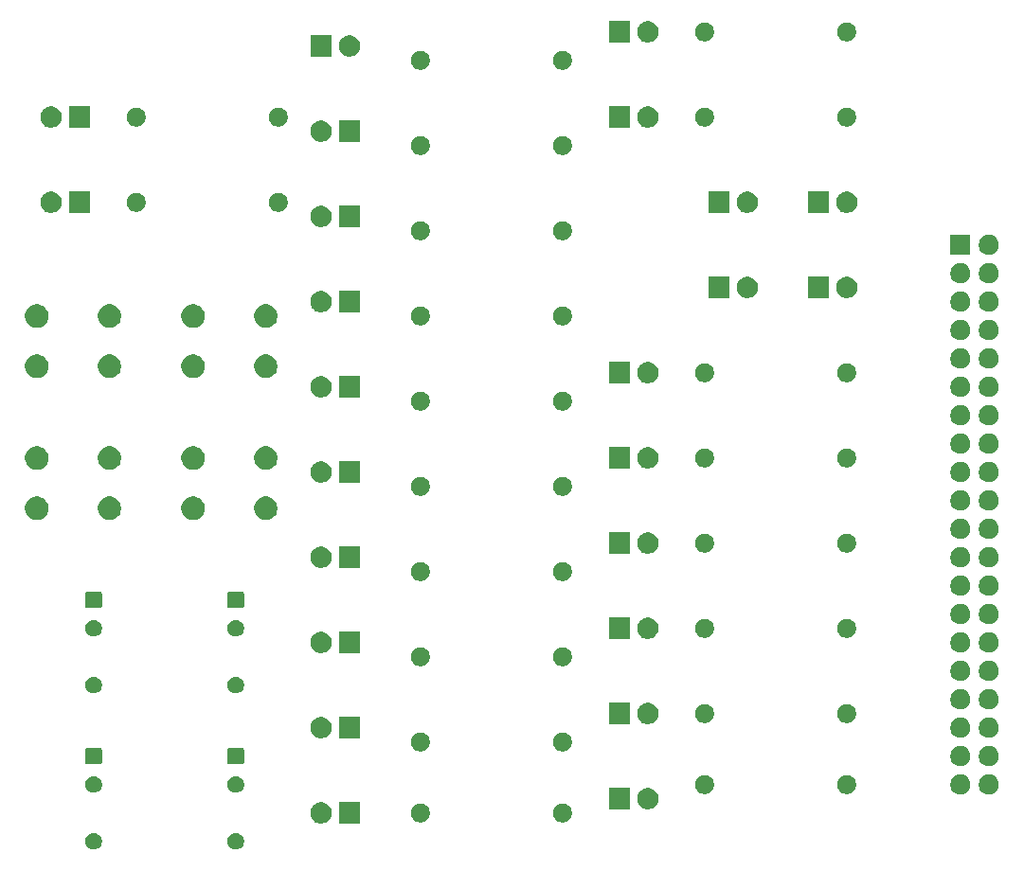
<source format=gbr>
G04 #@! TF.GenerationSoftware,KiCad,Pcbnew,(5.1.5)-3*
G04 #@! TF.CreationDate,2020-04-13T15:09:24+01:00*
G04 #@! TF.ProjectId,TL1,544c312e-6b69-4636-9164-5f7063625858,rev?*
G04 #@! TF.SameCoordinates,Original*
G04 #@! TF.FileFunction,Soldermask,Bot*
G04 #@! TF.FilePolarity,Negative*
%FSLAX46Y46*%
G04 Gerber Fmt 4.6, Leading zero omitted, Abs format (unit mm)*
G04 Created by KiCad (PCBNEW (5.1.5)-3) date 2020-04-13 15:09:24*
%MOMM*%
%LPD*%
G04 APERTURE LIST*
%ADD10C,0.100000*%
G04 APERTURE END LIST*
D10*
G36*
X118329059Y-121197860D02*
G01*
X118465732Y-121254472D01*
X118588735Y-121336660D01*
X118693340Y-121441265D01*
X118775528Y-121564268D01*
X118832140Y-121700941D01*
X118861000Y-121846033D01*
X118861000Y-121993967D01*
X118832140Y-122139059D01*
X118775528Y-122275732D01*
X118693340Y-122398735D01*
X118588735Y-122503340D01*
X118465732Y-122585528D01*
X118465731Y-122585529D01*
X118465730Y-122585529D01*
X118329059Y-122642140D01*
X118183968Y-122671000D01*
X118036032Y-122671000D01*
X117890941Y-122642140D01*
X117754270Y-122585529D01*
X117754269Y-122585529D01*
X117754268Y-122585528D01*
X117631265Y-122503340D01*
X117526660Y-122398735D01*
X117444472Y-122275732D01*
X117387860Y-122139059D01*
X117359000Y-121993967D01*
X117359000Y-121846033D01*
X117387860Y-121700941D01*
X117444472Y-121564268D01*
X117526660Y-121441265D01*
X117631265Y-121336660D01*
X117754268Y-121254472D01*
X117890941Y-121197860D01*
X118036032Y-121169000D01*
X118183968Y-121169000D01*
X118329059Y-121197860D01*
G37*
G36*
X105629059Y-121197860D02*
G01*
X105765732Y-121254472D01*
X105888735Y-121336660D01*
X105993340Y-121441265D01*
X106075528Y-121564268D01*
X106132140Y-121700941D01*
X106161000Y-121846033D01*
X106161000Y-121993967D01*
X106132140Y-122139059D01*
X106075528Y-122275732D01*
X105993340Y-122398735D01*
X105888735Y-122503340D01*
X105765732Y-122585528D01*
X105765731Y-122585529D01*
X105765730Y-122585529D01*
X105629059Y-122642140D01*
X105483968Y-122671000D01*
X105336032Y-122671000D01*
X105190941Y-122642140D01*
X105054270Y-122585529D01*
X105054269Y-122585529D01*
X105054268Y-122585528D01*
X104931265Y-122503340D01*
X104826660Y-122398735D01*
X104744472Y-122275732D01*
X104687860Y-122139059D01*
X104659000Y-121993967D01*
X104659000Y-121846033D01*
X104687860Y-121700941D01*
X104744472Y-121564268D01*
X104826660Y-121441265D01*
X104931265Y-121336660D01*
X105054268Y-121254472D01*
X105190941Y-121197860D01*
X105336032Y-121169000D01*
X105483968Y-121169000D01*
X105629059Y-121197860D01*
G37*
G36*
X126007395Y-118465546D02*
G01*
X126180466Y-118537234D01*
X126217086Y-118561703D01*
X126336227Y-118641310D01*
X126468690Y-118773773D01*
X126511284Y-118837520D01*
X126572766Y-118929534D01*
X126644454Y-119102605D01*
X126681000Y-119286333D01*
X126681000Y-119473667D01*
X126644454Y-119657395D01*
X126572766Y-119830466D01*
X126572765Y-119830467D01*
X126468690Y-119986227D01*
X126336227Y-120118690D01*
X126313092Y-120134148D01*
X126180466Y-120222766D01*
X126007395Y-120294454D01*
X125823667Y-120331000D01*
X125636333Y-120331000D01*
X125452605Y-120294454D01*
X125279534Y-120222766D01*
X125146908Y-120134148D01*
X125123773Y-120118690D01*
X124991310Y-119986227D01*
X124887235Y-119830467D01*
X124887234Y-119830466D01*
X124815546Y-119657395D01*
X124779000Y-119473667D01*
X124779000Y-119286333D01*
X124815546Y-119102605D01*
X124887234Y-118929534D01*
X124948716Y-118837520D01*
X124991310Y-118773773D01*
X125123773Y-118641310D01*
X125242914Y-118561703D01*
X125279534Y-118537234D01*
X125452605Y-118465546D01*
X125636333Y-118429000D01*
X125823667Y-118429000D01*
X126007395Y-118465546D01*
G37*
G36*
X129221000Y-120331000D02*
G01*
X127319000Y-120331000D01*
X127319000Y-118429000D01*
X129221000Y-118429000D01*
X129221000Y-120331000D01*
G37*
G36*
X147568228Y-118561703D02*
G01*
X147723100Y-118625853D01*
X147862481Y-118718985D01*
X147981015Y-118837519D01*
X148074147Y-118976900D01*
X148138297Y-119131772D01*
X148171000Y-119296184D01*
X148171000Y-119463816D01*
X148138297Y-119628228D01*
X148074147Y-119783100D01*
X147981015Y-119922481D01*
X147862481Y-120041015D01*
X147723100Y-120134147D01*
X147568228Y-120198297D01*
X147403816Y-120231000D01*
X147236184Y-120231000D01*
X147071772Y-120198297D01*
X146916900Y-120134147D01*
X146777519Y-120041015D01*
X146658985Y-119922481D01*
X146565853Y-119783100D01*
X146501703Y-119628228D01*
X146469000Y-119463816D01*
X146469000Y-119296184D01*
X146501703Y-119131772D01*
X146565853Y-118976900D01*
X146658985Y-118837519D01*
X146777519Y-118718985D01*
X146916900Y-118625853D01*
X147071772Y-118561703D01*
X147236184Y-118529000D01*
X147403816Y-118529000D01*
X147568228Y-118561703D01*
G37*
G36*
X134868228Y-118561703D02*
G01*
X135023100Y-118625853D01*
X135162481Y-118718985D01*
X135281015Y-118837519D01*
X135374147Y-118976900D01*
X135438297Y-119131772D01*
X135471000Y-119296184D01*
X135471000Y-119463816D01*
X135438297Y-119628228D01*
X135374147Y-119783100D01*
X135281015Y-119922481D01*
X135162481Y-120041015D01*
X135023100Y-120134147D01*
X134868228Y-120198297D01*
X134703816Y-120231000D01*
X134536184Y-120231000D01*
X134371772Y-120198297D01*
X134216900Y-120134147D01*
X134077519Y-120041015D01*
X133958985Y-119922481D01*
X133865853Y-119783100D01*
X133801703Y-119628228D01*
X133769000Y-119463816D01*
X133769000Y-119296184D01*
X133801703Y-119131772D01*
X133865853Y-118976900D01*
X133958985Y-118837519D01*
X134077519Y-118718985D01*
X134216900Y-118625853D01*
X134371772Y-118561703D01*
X134536184Y-118529000D01*
X134703816Y-118529000D01*
X134868228Y-118561703D01*
G37*
G36*
X153351000Y-119061000D02*
G01*
X151449000Y-119061000D01*
X151449000Y-117159000D01*
X153351000Y-117159000D01*
X153351000Y-119061000D01*
G37*
G36*
X155217395Y-117195546D02*
G01*
X155390466Y-117267234D01*
X155390467Y-117267235D01*
X155546227Y-117371310D01*
X155678690Y-117503773D01*
X155679863Y-117505529D01*
X155782766Y-117659534D01*
X155854454Y-117832605D01*
X155891000Y-118016333D01*
X155891000Y-118203667D01*
X155854454Y-118387395D01*
X155782766Y-118560466D01*
X155782765Y-118560467D01*
X155678690Y-118716227D01*
X155546227Y-118848690D01*
X155467818Y-118901081D01*
X155390466Y-118952766D01*
X155217395Y-119024454D01*
X155033667Y-119061000D01*
X154846333Y-119061000D01*
X154662605Y-119024454D01*
X154489534Y-118952766D01*
X154412182Y-118901081D01*
X154333773Y-118848690D01*
X154201310Y-118716227D01*
X154097235Y-118560467D01*
X154097234Y-118560466D01*
X154025546Y-118387395D01*
X153989000Y-118203667D01*
X153989000Y-118016333D01*
X154025546Y-117832605D01*
X154097234Y-117659534D01*
X154200137Y-117505529D01*
X154201310Y-117503773D01*
X154333773Y-117371310D01*
X154489533Y-117267235D01*
X154489534Y-117267234D01*
X154662605Y-117195546D01*
X154846333Y-117159000D01*
X155033667Y-117159000D01*
X155217395Y-117195546D01*
G37*
G36*
X182993512Y-115943927D02*
G01*
X183142812Y-115973624D01*
X183306784Y-116041544D01*
X183454354Y-116140147D01*
X183579853Y-116265646D01*
X183678456Y-116413216D01*
X183746376Y-116577188D01*
X183781000Y-116751259D01*
X183781000Y-116928741D01*
X183746376Y-117102812D01*
X183678456Y-117266784D01*
X183579853Y-117414354D01*
X183454354Y-117539853D01*
X183306784Y-117638456D01*
X183142812Y-117706376D01*
X182993512Y-117736073D01*
X182968742Y-117741000D01*
X182791258Y-117741000D01*
X182766488Y-117736073D01*
X182617188Y-117706376D01*
X182453216Y-117638456D01*
X182305646Y-117539853D01*
X182180147Y-117414354D01*
X182081544Y-117266784D01*
X182013624Y-117102812D01*
X181979000Y-116928741D01*
X181979000Y-116751259D01*
X182013624Y-116577188D01*
X182081544Y-116413216D01*
X182180147Y-116265646D01*
X182305646Y-116140147D01*
X182453216Y-116041544D01*
X182617188Y-115973624D01*
X182766488Y-115943927D01*
X182791258Y-115939000D01*
X182968742Y-115939000D01*
X182993512Y-115943927D01*
G37*
G36*
X185533512Y-115943927D02*
G01*
X185682812Y-115973624D01*
X185846784Y-116041544D01*
X185994354Y-116140147D01*
X186119853Y-116265646D01*
X186218456Y-116413216D01*
X186286376Y-116577188D01*
X186321000Y-116751259D01*
X186321000Y-116928741D01*
X186286376Y-117102812D01*
X186218456Y-117266784D01*
X186119853Y-117414354D01*
X185994354Y-117539853D01*
X185846784Y-117638456D01*
X185682812Y-117706376D01*
X185533512Y-117736073D01*
X185508742Y-117741000D01*
X185331258Y-117741000D01*
X185306488Y-117736073D01*
X185157188Y-117706376D01*
X184993216Y-117638456D01*
X184845646Y-117539853D01*
X184720147Y-117414354D01*
X184621544Y-117266784D01*
X184553624Y-117102812D01*
X184519000Y-116928741D01*
X184519000Y-116751259D01*
X184553624Y-116577188D01*
X184621544Y-116413216D01*
X184720147Y-116265646D01*
X184845646Y-116140147D01*
X184993216Y-116041544D01*
X185157188Y-115973624D01*
X185306488Y-115943927D01*
X185331258Y-115939000D01*
X185508742Y-115939000D01*
X185533512Y-115943927D01*
G37*
G36*
X172968228Y-116021703D02*
G01*
X173123100Y-116085853D01*
X173262481Y-116178985D01*
X173381015Y-116297519D01*
X173474147Y-116436900D01*
X173538297Y-116591772D01*
X173571000Y-116756184D01*
X173571000Y-116923816D01*
X173538297Y-117088228D01*
X173474147Y-117243100D01*
X173381015Y-117382481D01*
X173262481Y-117501015D01*
X173123100Y-117594147D01*
X172968228Y-117658297D01*
X172803816Y-117691000D01*
X172636184Y-117691000D01*
X172471772Y-117658297D01*
X172316900Y-117594147D01*
X172177519Y-117501015D01*
X172058985Y-117382481D01*
X171965853Y-117243100D01*
X171901703Y-117088228D01*
X171869000Y-116923816D01*
X171869000Y-116756184D01*
X171901703Y-116591772D01*
X171965853Y-116436900D01*
X172058985Y-116297519D01*
X172177519Y-116178985D01*
X172316900Y-116085853D01*
X172471772Y-116021703D01*
X172636184Y-115989000D01*
X172803816Y-115989000D01*
X172968228Y-116021703D01*
G37*
G36*
X160268228Y-116021703D02*
G01*
X160423100Y-116085853D01*
X160562481Y-116178985D01*
X160681015Y-116297519D01*
X160774147Y-116436900D01*
X160838297Y-116591772D01*
X160871000Y-116756184D01*
X160871000Y-116923816D01*
X160838297Y-117088228D01*
X160774147Y-117243100D01*
X160681015Y-117382481D01*
X160562481Y-117501015D01*
X160423100Y-117594147D01*
X160268228Y-117658297D01*
X160103816Y-117691000D01*
X159936184Y-117691000D01*
X159771772Y-117658297D01*
X159616900Y-117594147D01*
X159477519Y-117501015D01*
X159358985Y-117382481D01*
X159265853Y-117243100D01*
X159201703Y-117088228D01*
X159169000Y-116923816D01*
X159169000Y-116756184D01*
X159201703Y-116591772D01*
X159265853Y-116436900D01*
X159358985Y-116297519D01*
X159477519Y-116178985D01*
X159616900Y-116085853D01*
X159771772Y-116021703D01*
X159936184Y-115989000D01*
X160103816Y-115989000D01*
X160268228Y-116021703D01*
G37*
G36*
X118329059Y-116117860D02*
G01*
X118382865Y-116140147D01*
X118465732Y-116174472D01*
X118588735Y-116256660D01*
X118693340Y-116361265D01*
X118775528Y-116484268D01*
X118775529Y-116484270D01*
X118832140Y-116620941D01*
X118861000Y-116766032D01*
X118861000Y-116913968D01*
X118858061Y-116928742D01*
X118832140Y-117059059D01*
X118775528Y-117195732D01*
X118693340Y-117318735D01*
X118588735Y-117423340D01*
X118465732Y-117505528D01*
X118465731Y-117505529D01*
X118465730Y-117505529D01*
X118329059Y-117562140D01*
X118183968Y-117591000D01*
X118036032Y-117591000D01*
X117890941Y-117562140D01*
X117754270Y-117505529D01*
X117754269Y-117505529D01*
X117754268Y-117505528D01*
X117631265Y-117423340D01*
X117526660Y-117318735D01*
X117444472Y-117195732D01*
X117387860Y-117059059D01*
X117361939Y-116928742D01*
X117359000Y-116913968D01*
X117359000Y-116766032D01*
X117387860Y-116620941D01*
X117444471Y-116484270D01*
X117444472Y-116484268D01*
X117526660Y-116361265D01*
X117631265Y-116256660D01*
X117754268Y-116174472D01*
X117837136Y-116140147D01*
X117890941Y-116117860D01*
X118036032Y-116089000D01*
X118183968Y-116089000D01*
X118329059Y-116117860D01*
G37*
G36*
X105629059Y-116117860D02*
G01*
X105682865Y-116140147D01*
X105765732Y-116174472D01*
X105888735Y-116256660D01*
X105993340Y-116361265D01*
X106075528Y-116484268D01*
X106075529Y-116484270D01*
X106132140Y-116620941D01*
X106161000Y-116766032D01*
X106161000Y-116913968D01*
X106158061Y-116928742D01*
X106132140Y-117059059D01*
X106075528Y-117195732D01*
X105993340Y-117318735D01*
X105888735Y-117423340D01*
X105765732Y-117505528D01*
X105765731Y-117505529D01*
X105765730Y-117505529D01*
X105629059Y-117562140D01*
X105483968Y-117591000D01*
X105336032Y-117591000D01*
X105190941Y-117562140D01*
X105054270Y-117505529D01*
X105054269Y-117505529D01*
X105054268Y-117505528D01*
X104931265Y-117423340D01*
X104826660Y-117318735D01*
X104744472Y-117195732D01*
X104687860Y-117059059D01*
X104661939Y-116928742D01*
X104659000Y-116913968D01*
X104659000Y-116766032D01*
X104687860Y-116620941D01*
X104744471Y-116484270D01*
X104744472Y-116484268D01*
X104826660Y-116361265D01*
X104931265Y-116256660D01*
X105054268Y-116174472D01*
X105137136Y-116140147D01*
X105190941Y-116117860D01*
X105336032Y-116089000D01*
X105483968Y-116089000D01*
X105629059Y-116117860D01*
G37*
G36*
X182993512Y-113403927D02*
G01*
X183142812Y-113433624D01*
X183306784Y-113501544D01*
X183454354Y-113600147D01*
X183579853Y-113725646D01*
X183678456Y-113873216D01*
X183746376Y-114037188D01*
X183781000Y-114211259D01*
X183781000Y-114388741D01*
X183746376Y-114562812D01*
X183678456Y-114726784D01*
X183579853Y-114874354D01*
X183454354Y-114999853D01*
X183306784Y-115098456D01*
X183142812Y-115166376D01*
X182993512Y-115196073D01*
X182968742Y-115201000D01*
X182791258Y-115201000D01*
X182766488Y-115196073D01*
X182617188Y-115166376D01*
X182453216Y-115098456D01*
X182305646Y-114999853D01*
X182180147Y-114874354D01*
X182081544Y-114726784D01*
X182013624Y-114562812D01*
X181979000Y-114388741D01*
X181979000Y-114211259D01*
X182013624Y-114037188D01*
X182081544Y-113873216D01*
X182180147Y-113725646D01*
X182305646Y-113600147D01*
X182453216Y-113501544D01*
X182617188Y-113433624D01*
X182766488Y-113403927D01*
X182791258Y-113399000D01*
X182968742Y-113399000D01*
X182993512Y-113403927D01*
G37*
G36*
X185533512Y-113403927D02*
G01*
X185682812Y-113433624D01*
X185846784Y-113501544D01*
X185994354Y-113600147D01*
X186119853Y-113725646D01*
X186218456Y-113873216D01*
X186286376Y-114037188D01*
X186321000Y-114211259D01*
X186321000Y-114388741D01*
X186286376Y-114562812D01*
X186218456Y-114726784D01*
X186119853Y-114874354D01*
X185994354Y-114999853D01*
X185846784Y-115098456D01*
X185682812Y-115166376D01*
X185533512Y-115196073D01*
X185508742Y-115201000D01*
X185331258Y-115201000D01*
X185306488Y-115196073D01*
X185157188Y-115166376D01*
X184993216Y-115098456D01*
X184845646Y-114999853D01*
X184720147Y-114874354D01*
X184621544Y-114726784D01*
X184553624Y-114562812D01*
X184519000Y-114388741D01*
X184519000Y-114211259D01*
X184553624Y-114037188D01*
X184621544Y-113873216D01*
X184720147Y-113725646D01*
X184845646Y-113600147D01*
X184993216Y-113501544D01*
X185157188Y-113433624D01*
X185306488Y-113403927D01*
X185331258Y-113399000D01*
X185508742Y-113399000D01*
X185533512Y-113403927D01*
G37*
G36*
X106010481Y-113553183D02*
G01*
X106045419Y-113563782D01*
X106077619Y-113580993D01*
X106105844Y-113604156D01*
X106129007Y-113632381D01*
X106146218Y-113664581D01*
X106156817Y-113699519D01*
X106161000Y-113741996D01*
X106161000Y-114858004D01*
X106156817Y-114900481D01*
X106146218Y-114935419D01*
X106129007Y-114967619D01*
X106105844Y-114995844D01*
X106077619Y-115019007D01*
X106045419Y-115036218D01*
X106010481Y-115046817D01*
X105968004Y-115051000D01*
X104851996Y-115051000D01*
X104809519Y-115046817D01*
X104774581Y-115036218D01*
X104742381Y-115019007D01*
X104714156Y-114995844D01*
X104690993Y-114967619D01*
X104673782Y-114935419D01*
X104663183Y-114900481D01*
X104659000Y-114858004D01*
X104659000Y-113741996D01*
X104663183Y-113699519D01*
X104673782Y-113664581D01*
X104690993Y-113632381D01*
X104714156Y-113604156D01*
X104742381Y-113580993D01*
X104774581Y-113563782D01*
X104809519Y-113553183D01*
X104851996Y-113549000D01*
X105968004Y-113549000D01*
X106010481Y-113553183D01*
G37*
G36*
X118710481Y-113553183D02*
G01*
X118745419Y-113563782D01*
X118777619Y-113580993D01*
X118805844Y-113604156D01*
X118829007Y-113632381D01*
X118846218Y-113664581D01*
X118856817Y-113699519D01*
X118861000Y-113741996D01*
X118861000Y-114858004D01*
X118856817Y-114900481D01*
X118846218Y-114935419D01*
X118829007Y-114967619D01*
X118805844Y-114995844D01*
X118777619Y-115019007D01*
X118745419Y-115036218D01*
X118710481Y-115046817D01*
X118668004Y-115051000D01*
X117551996Y-115051000D01*
X117509519Y-115046817D01*
X117474581Y-115036218D01*
X117442381Y-115019007D01*
X117414156Y-114995844D01*
X117390993Y-114967619D01*
X117373782Y-114935419D01*
X117363183Y-114900481D01*
X117359000Y-114858004D01*
X117359000Y-113741996D01*
X117363183Y-113699519D01*
X117373782Y-113664581D01*
X117390993Y-113632381D01*
X117414156Y-113604156D01*
X117442381Y-113580993D01*
X117474581Y-113563782D01*
X117509519Y-113553183D01*
X117551996Y-113549000D01*
X118668004Y-113549000D01*
X118710481Y-113553183D01*
G37*
G36*
X147568228Y-112211703D02*
G01*
X147723100Y-112275853D01*
X147862481Y-112368985D01*
X147981015Y-112487519D01*
X148074147Y-112626900D01*
X148138297Y-112781772D01*
X148171000Y-112946184D01*
X148171000Y-113113816D01*
X148138297Y-113278228D01*
X148074147Y-113433100D01*
X147981015Y-113572481D01*
X147862481Y-113691015D01*
X147723100Y-113784147D01*
X147568228Y-113848297D01*
X147403816Y-113881000D01*
X147236184Y-113881000D01*
X147071772Y-113848297D01*
X146916900Y-113784147D01*
X146777519Y-113691015D01*
X146658985Y-113572481D01*
X146565853Y-113433100D01*
X146501703Y-113278228D01*
X146469000Y-113113816D01*
X146469000Y-112946184D01*
X146501703Y-112781772D01*
X146565853Y-112626900D01*
X146658985Y-112487519D01*
X146777519Y-112368985D01*
X146916900Y-112275853D01*
X147071772Y-112211703D01*
X147236184Y-112179000D01*
X147403816Y-112179000D01*
X147568228Y-112211703D01*
G37*
G36*
X134868228Y-112211703D02*
G01*
X135023100Y-112275853D01*
X135162481Y-112368985D01*
X135281015Y-112487519D01*
X135374147Y-112626900D01*
X135438297Y-112781772D01*
X135471000Y-112946184D01*
X135471000Y-113113816D01*
X135438297Y-113278228D01*
X135374147Y-113433100D01*
X135281015Y-113572481D01*
X135162481Y-113691015D01*
X135023100Y-113784147D01*
X134868228Y-113848297D01*
X134703816Y-113881000D01*
X134536184Y-113881000D01*
X134371772Y-113848297D01*
X134216900Y-113784147D01*
X134077519Y-113691015D01*
X133958985Y-113572481D01*
X133865853Y-113433100D01*
X133801703Y-113278228D01*
X133769000Y-113113816D01*
X133769000Y-112946184D01*
X133801703Y-112781772D01*
X133865853Y-112626900D01*
X133958985Y-112487519D01*
X134077519Y-112368985D01*
X134216900Y-112275853D01*
X134371772Y-112211703D01*
X134536184Y-112179000D01*
X134703816Y-112179000D01*
X134868228Y-112211703D01*
G37*
G36*
X126007395Y-110845546D02*
G01*
X126180466Y-110917234D01*
X126246780Y-110961544D01*
X126336227Y-111021310D01*
X126468690Y-111153773D01*
X126468691Y-111153775D01*
X126572766Y-111309534D01*
X126644454Y-111482605D01*
X126681000Y-111666333D01*
X126681000Y-111853667D01*
X126644454Y-112037395D01*
X126572766Y-112210466D01*
X126572765Y-112210467D01*
X126468690Y-112366227D01*
X126336227Y-112498690D01*
X126257818Y-112551081D01*
X126180466Y-112602766D01*
X126007395Y-112674454D01*
X125823667Y-112711000D01*
X125636333Y-112711000D01*
X125452605Y-112674454D01*
X125279534Y-112602766D01*
X125202182Y-112551081D01*
X125123773Y-112498690D01*
X124991310Y-112366227D01*
X124887235Y-112210467D01*
X124887234Y-112210466D01*
X124815546Y-112037395D01*
X124779000Y-111853667D01*
X124779000Y-111666333D01*
X124815546Y-111482605D01*
X124887234Y-111309534D01*
X124991309Y-111153775D01*
X124991310Y-111153773D01*
X125123773Y-111021310D01*
X125213220Y-110961544D01*
X125279534Y-110917234D01*
X125452605Y-110845546D01*
X125636333Y-110809000D01*
X125823667Y-110809000D01*
X126007395Y-110845546D01*
G37*
G36*
X129221000Y-112711000D02*
G01*
X127319000Y-112711000D01*
X127319000Y-110809000D01*
X129221000Y-110809000D01*
X129221000Y-112711000D01*
G37*
G36*
X185533512Y-110863927D02*
G01*
X185682812Y-110893624D01*
X185846784Y-110961544D01*
X185994354Y-111060147D01*
X186119853Y-111185646D01*
X186218456Y-111333216D01*
X186286376Y-111497188D01*
X186321000Y-111671259D01*
X186321000Y-111848741D01*
X186286376Y-112022812D01*
X186218456Y-112186784D01*
X186119853Y-112334354D01*
X185994354Y-112459853D01*
X185846784Y-112558456D01*
X185682812Y-112626376D01*
X185533512Y-112656073D01*
X185508742Y-112661000D01*
X185331258Y-112661000D01*
X185306488Y-112656073D01*
X185157188Y-112626376D01*
X184993216Y-112558456D01*
X184845646Y-112459853D01*
X184720147Y-112334354D01*
X184621544Y-112186784D01*
X184553624Y-112022812D01*
X184519000Y-111848741D01*
X184519000Y-111671259D01*
X184553624Y-111497188D01*
X184621544Y-111333216D01*
X184720147Y-111185646D01*
X184845646Y-111060147D01*
X184993216Y-110961544D01*
X185157188Y-110893624D01*
X185306488Y-110863927D01*
X185331258Y-110859000D01*
X185508742Y-110859000D01*
X185533512Y-110863927D01*
G37*
G36*
X182993512Y-110863927D02*
G01*
X183142812Y-110893624D01*
X183306784Y-110961544D01*
X183454354Y-111060147D01*
X183579853Y-111185646D01*
X183678456Y-111333216D01*
X183746376Y-111497188D01*
X183781000Y-111671259D01*
X183781000Y-111848741D01*
X183746376Y-112022812D01*
X183678456Y-112186784D01*
X183579853Y-112334354D01*
X183454354Y-112459853D01*
X183306784Y-112558456D01*
X183142812Y-112626376D01*
X182993512Y-112656073D01*
X182968742Y-112661000D01*
X182791258Y-112661000D01*
X182766488Y-112656073D01*
X182617188Y-112626376D01*
X182453216Y-112558456D01*
X182305646Y-112459853D01*
X182180147Y-112334354D01*
X182081544Y-112186784D01*
X182013624Y-112022812D01*
X181979000Y-111848741D01*
X181979000Y-111671259D01*
X182013624Y-111497188D01*
X182081544Y-111333216D01*
X182180147Y-111185646D01*
X182305646Y-111060147D01*
X182453216Y-110961544D01*
X182617188Y-110893624D01*
X182766488Y-110863927D01*
X182791258Y-110859000D01*
X182968742Y-110859000D01*
X182993512Y-110863927D01*
G37*
G36*
X153351000Y-111441000D02*
G01*
X151449000Y-111441000D01*
X151449000Y-109539000D01*
X153351000Y-109539000D01*
X153351000Y-111441000D01*
G37*
G36*
X155217395Y-109575546D02*
G01*
X155390466Y-109647234D01*
X155390467Y-109647235D01*
X155546227Y-109751310D01*
X155678690Y-109883773D01*
X155721284Y-109947520D01*
X155782766Y-110039534D01*
X155854454Y-110212605D01*
X155891000Y-110396333D01*
X155891000Y-110583667D01*
X155854454Y-110767395D01*
X155782766Y-110940466D01*
X155782765Y-110940467D01*
X155678690Y-111096227D01*
X155546227Y-111228690D01*
X155523092Y-111244148D01*
X155390466Y-111332766D01*
X155217395Y-111404454D01*
X155033667Y-111441000D01*
X154846333Y-111441000D01*
X154662605Y-111404454D01*
X154489534Y-111332766D01*
X154356908Y-111244148D01*
X154333773Y-111228690D01*
X154201310Y-111096227D01*
X154097235Y-110940467D01*
X154097234Y-110940466D01*
X154025546Y-110767395D01*
X153989000Y-110583667D01*
X153989000Y-110396333D01*
X154025546Y-110212605D01*
X154097234Y-110039534D01*
X154158716Y-109947520D01*
X154201310Y-109883773D01*
X154333773Y-109751310D01*
X154489533Y-109647235D01*
X154489534Y-109647234D01*
X154662605Y-109575546D01*
X154846333Y-109539000D01*
X155033667Y-109539000D01*
X155217395Y-109575546D01*
G37*
G36*
X160268228Y-109671703D02*
G01*
X160423100Y-109735853D01*
X160562481Y-109828985D01*
X160681015Y-109947519D01*
X160774147Y-110086900D01*
X160838297Y-110241772D01*
X160871000Y-110406184D01*
X160871000Y-110573816D01*
X160838297Y-110738228D01*
X160774147Y-110893100D01*
X160681015Y-111032481D01*
X160562481Y-111151015D01*
X160423100Y-111244147D01*
X160268228Y-111308297D01*
X160103816Y-111341000D01*
X159936184Y-111341000D01*
X159771772Y-111308297D01*
X159616900Y-111244147D01*
X159477519Y-111151015D01*
X159358985Y-111032481D01*
X159265853Y-110893100D01*
X159201703Y-110738228D01*
X159169000Y-110573816D01*
X159169000Y-110406184D01*
X159201703Y-110241772D01*
X159265853Y-110086900D01*
X159358985Y-109947519D01*
X159477519Y-109828985D01*
X159616900Y-109735853D01*
X159771772Y-109671703D01*
X159936184Y-109639000D01*
X160103816Y-109639000D01*
X160268228Y-109671703D01*
G37*
G36*
X172968228Y-109671703D02*
G01*
X173123100Y-109735853D01*
X173262481Y-109828985D01*
X173381015Y-109947519D01*
X173474147Y-110086900D01*
X173538297Y-110241772D01*
X173571000Y-110406184D01*
X173571000Y-110573816D01*
X173538297Y-110738228D01*
X173474147Y-110893100D01*
X173381015Y-111032481D01*
X173262481Y-111151015D01*
X173123100Y-111244147D01*
X172968228Y-111308297D01*
X172803816Y-111341000D01*
X172636184Y-111341000D01*
X172471772Y-111308297D01*
X172316900Y-111244147D01*
X172177519Y-111151015D01*
X172058985Y-111032481D01*
X171965853Y-110893100D01*
X171901703Y-110738228D01*
X171869000Y-110573816D01*
X171869000Y-110406184D01*
X171901703Y-110241772D01*
X171965853Y-110086900D01*
X172058985Y-109947519D01*
X172177519Y-109828985D01*
X172316900Y-109735853D01*
X172471772Y-109671703D01*
X172636184Y-109639000D01*
X172803816Y-109639000D01*
X172968228Y-109671703D01*
G37*
G36*
X182993512Y-108323927D02*
G01*
X183142812Y-108353624D01*
X183306784Y-108421544D01*
X183454354Y-108520147D01*
X183579853Y-108645646D01*
X183678456Y-108793216D01*
X183746376Y-108957188D01*
X183781000Y-109131259D01*
X183781000Y-109308741D01*
X183746376Y-109482812D01*
X183678456Y-109646784D01*
X183579853Y-109794354D01*
X183454354Y-109919853D01*
X183306784Y-110018456D01*
X183142812Y-110086376D01*
X182993512Y-110116073D01*
X182968742Y-110121000D01*
X182791258Y-110121000D01*
X182766488Y-110116073D01*
X182617188Y-110086376D01*
X182453216Y-110018456D01*
X182305646Y-109919853D01*
X182180147Y-109794354D01*
X182081544Y-109646784D01*
X182013624Y-109482812D01*
X181979000Y-109308741D01*
X181979000Y-109131259D01*
X182013624Y-108957188D01*
X182081544Y-108793216D01*
X182180147Y-108645646D01*
X182305646Y-108520147D01*
X182453216Y-108421544D01*
X182617188Y-108353624D01*
X182766488Y-108323927D01*
X182791258Y-108319000D01*
X182968742Y-108319000D01*
X182993512Y-108323927D01*
G37*
G36*
X185533512Y-108323927D02*
G01*
X185682812Y-108353624D01*
X185846784Y-108421544D01*
X185994354Y-108520147D01*
X186119853Y-108645646D01*
X186218456Y-108793216D01*
X186286376Y-108957188D01*
X186321000Y-109131259D01*
X186321000Y-109308741D01*
X186286376Y-109482812D01*
X186218456Y-109646784D01*
X186119853Y-109794354D01*
X185994354Y-109919853D01*
X185846784Y-110018456D01*
X185682812Y-110086376D01*
X185533512Y-110116073D01*
X185508742Y-110121000D01*
X185331258Y-110121000D01*
X185306488Y-110116073D01*
X185157188Y-110086376D01*
X184993216Y-110018456D01*
X184845646Y-109919853D01*
X184720147Y-109794354D01*
X184621544Y-109646784D01*
X184553624Y-109482812D01*
X184519000Y-109308741D01*
X184519000Y-109131259D01*
X184553624Y-108957188D01*
X184621544Y-108793216D01*
X184720147Y-108645646D01*
X184845646Y-108520147D01*
X184993216Y-108421544D01*
X185157188Y-108353624D01*
X185306488Y-108323927D01*
X185331258Y-108319000D01*
X185508742Y-108319000D01*
X185533512Y-108323927D01*
G37*
G36*
X105629059Y-107227860D02*
G01*
X105765732Y-107284472D01*
X105888735Y-107366660D01*
X105993340Y-107471265D01*
X106075528Y-107594268D01*
X106132140Y-107730941D01*
X106161000Y-107876033D01*
X106161000Y-108023967D01*
X106132140Y-108169059D01*
X106075528Y-108305732D01*
X105993340Y-108428735D01*
X105888735Y-108533340D01*
X105765732Y-108615528D01*
X105765731Y-108615529D01*
X105765730Y-108615529D01*
X105629059Y-108672140D01*
X105483968Y-108701000D01*
X105336032Y-108701000D01*
X105190941Y-108672140D01*
X105054270Y-108615529D01*
X105054269Y-108615529D01*
X105054268Y-108615528D01*
X104931265Y-108533340D01*
X104826660Y-108428735D01*
X104744472Y-108305732D01*
X104687860Y-108169059D01*
X104659000Y-108023967D01*
X104659000Y-107876033D01*
X104687860Y-107730941D01*
X104744472Y-107594268D01*
X104826660Y-107471265D01*
X104931265Y-107366660D01*
X105054268Y-107284472D01*
X105190941Y-107227860D01*
X105336032Y-107199000D01*
X105483968Y-107199000D01*
X105629059Y-107227860D01*
G37*
G36*
X118329059Y-107227860D02*
G01*
X118465732Y-107284472D01*
X118588735Y-107366660D01*
X118693340Y-107471265D01*
X118775528Y-107594268D01*
X118832140Y-107730941D01*
X118861000Y-107876033D01*
X118861000Y-108023967D01*
X118832140Y-108169059D01*
X118775528Y-108305732D01*
X118693340Y-108428735D01*
X118588735Y-108533340D01*
X118465732Y-108615528D01*
X118465731Y-108615529D01*
X118465730Y-108615529D01*
X118329059Y-108672140D01*
X118183968Y-108701000D01*
X118036032Y-108701000D01*
X117890941Y-108672140D01*
X117754270Y-108615529D01*
X117754269Y-108615529D01*
X117754268Y-108615528D01*
X117631265Y-108533340D01*
X117526660Y-108428735D01*
X117444472Y-108305732D01*
X117387860Y-108169059D01*
X117359000Y-108023967D01*
X117359000Y-107876033D01*
X117387860Y-107730941D01*
X117444472Y-107594268D01*
X117526660Y-107471265D01*
X117631265Y-107366660D01*
X117754268Y-107284472D01*
X117890941Y-107227860D01*
X118036032Y-107199000D01*
X118183968Y-107199000D01*
X118329059Y-107227860D01*
G37*
G36*
X182993512Y-105783927D02*
G01*
X183142812Y-105813624D01*
X183306784Y-105881544D01*
X183454354Y-105980147D01*
X183579853Y-106105646D01*
X183678456Y-106253216D01*
X183746376Y-106417188D01*
X183781000Y-106591259D01*
X183781000Y-106768741D01*
X183746376Y-106942812D01*
X183678456Y-107106784D01*
X183579853Y-107254354D01*
X183454354Y-107379853D01*
X183306784Y-107478456D01*
X183142812Y-107546376D01*
X182993512Y-107576073D01*
X182968742Y-107581000D01*
X182791258Y-107581000D01*
X182766488Y-107576073D01*
X182617188Y-107546376D01*
X182453216Y-107478456D01*
X182305646Y-107379853D01*
X182180147Y-107254354D01*
X182081544Y-107106784D01*
X182013624Y-106942812D01*
X181979000Y-106768741D01*
X181979000Y-106591259D01*
X182013624Y-106417188D01*
X182081544Y-106253216D01*
X182180147Y-106105646D01*
X182305646Y-105980147D01*
X182453216Y-105881544D01*
X182617188Y-105813624D01*
X182766488Y-105783927D01*
X182791258Y-105779000D01*
X182968742Y-105779000D01*
X182993512Y-105783927D01*
G37*
G36*
X185533512Y-105783927D02*
G01*
X185682812Y-105813624D01*
X185846784Y-105881544D01*
X185994354Y-105980147D01*
X186119853Y-106105646D01*
X186218456Y-106253216D01*
X186286376Y-106417188D01*
X186321000Y-106591259D01*
X186321000Y-106768741D01*
X186286376Y-106942812D01*
X186218456Y-107106784D01*
X186119853Y-107254354D01*
X185994354Y-107379853D01*
X185846784Y-107478456D01*
X185682812Y-107546376D01*
X185533512Y-107576073D01*
X185508742Y-107581000D01*
X185331258Y-107581000D01*
X185306488Y-107576073D01*
X185157188Y-107546376D01*
X184993216Y-107478456D01*
X184845646Y-107379853D01*
X184720147Y-107254354D01*
X184621544Y-107106784D01*
X184553624Y-106942812D01*
X184519000Y-106768741D01*
X184519000Y-106591259D01*
X184553624Y-106417188D01*
X184621544Y-106253216D01*
X184720147Y-106105646D01*
X184845646Y-105980147D01*
X184993216Y-105881544D01*
X185157188Y-105813624D01*
X185306488Y-105783927D01*
X185331258Y-105779000D01*
X185508742Y-105779000D01*
X185533512Y-105783927D01*
G37*
G36*
X147568228Y-104591703D02*
G01*
X147723100Y-104655853D01*
X147862481Y-104748985D01*
X147981015Y-104867519D01*
X148074147Y-105006900D01*
X148138297Y-105161772D01*
X148171000Y-105326184D01*
X148171000Y-105493816D01*
X148138297Y-105658228D01*
X148074147Y-105813100D01*
X147981015Y-105952481D01*
X147862481Y-106071015D01*
X147723100Y-106164147D01*
X147568228Y-106228297D01*
X147403816Y-106261000D01*
X147236184Y-106261000D01*
X147071772Y-106228297D01*
X146916900Y-106164147D01*
X146777519Y-106071015D01*
X146658985Y-105952481D01*
X146565853Y-105813100D01*
X146501703Y-105658228D01*
X146469000Y-105493816D01*
X146469000Y-105326184D01*
X146501703Y-105161772D01*
X146565853Y-105006900D01*
X146658985Y-104867519D01*
X146777519Y-104748985D01*
X146916900Y-104655853D01*
X147071772Y-104591703D01*
X147236184Y-104559000D01*
X147403816Y-104559000D01*
X147568228Y-104591703D01*
G37*
G36*
X134868228Y-104591703D02*
G01*
X135023100Y-104655853D01*
X135162481Y-104748985D01*
X135281015Y-104867519D01*
X135374147Y-105006900D01*
X135438297Y-105161772D01*
X135471000Y-105326184D01*
X135471000Y-105493816D01*
X135438297Y-105658228D01*
X135374147Y-105813100D01*
X135281015Y-105952481D01*
X135162481Y-106071015D01*
X135023100Y-106164147D01*
X134868228Y-106228297D01*
X134703816Y-106261000D01*
X134536184Y-106261000D01*
X134371772Y-106228297D01*
X134216900Y-106164147D01*
X134077519Y-106071015D01*
X133958985Y-105952481D01*
X133865853Y-105813100D01*
X133801703Y-105658228D01*
X133769000Y-105493816D01*
X133769000Y-105326184D01*
X133801703Y-105161772D01*
X133865853Y-105006900D01*
X133958985Y-104867519D01*
X134077519Y-104748985D01*
X134216900Y-104655853D01*
X134371772Y-104591703D01*
X134536184Y-104559000D01*
X134703816Y-104559000D01*
X134868228Y-104591703D01*
G37*
G36*
X129221000Y-105091000D02*
G01*
X127319000Y-105091000D01*
X127319000Y-103189000D01*
X129221000Y-103189000D01*
X129221000Y-105091000D01*
G37*
G36*
X126007395Y-103225546D02*
G01*
X126180466Y-103297234D01*
X126246780Y-103341544D01*
X126336227Y-103401310D01*
X126468690Y-103533773D01*
X126469863Y-103535529D01*
X126572766Y-103689534D01*
X126644454Y-103862605D01*
X126681000Y-104046333D01*
X126681000Y-104233667D01*
X126644454Y-104417395D01*
X126572766Y-104590466D01*
X126572765Y-104590467D01*
X126468690Y-104746227D01*
X126336227Y-104878690D01*
X126257818Y-104931081D01*
X126180466Y-104982766D01*
X126007395Y-105054454D01*
X125823667Y-105091000D01*
X125636333Y-105091000D01*
X125452605Y-105054454D01*
X125279534Y-104982766D01*
X125202182Y-104931081D01*
X125123773Y-104878690D01*
X124991310Y-104746227D01*
X124887235Y-104590467D01*
X124887234Y-104590466D01*
X124815546Y-104417395D01*
X124779000Y-104233667D01*
X124779000Y-104046333D01*
X124815546Y-103862605D01*
X124887234Y-103689534D01*
X124990137Y-103535529D01*
X124991310Y-103533773D01*
X125123773Y-103401310D01*
X125213220Y-103341544D01*
X125279534Y-103297234D01*
X125452605Y-103225546D01*
X125636333Y-103189000D01*
X125823667Y-103189000D01*
X126007395Y-103225546D01*
G37*
G36*
X185533512Y-103243927D02*
G01*
X185682812Y-103273624D01*
X185846784Y-103341544D01*
X185994354Y-103440147D01*
X186119853Y-103565646D01*
X186218456Y-103713216D01*
X186286376Y-103877188D01*
X186321000Y-104051259D01*
X186321000Y-104228741D01*
X186286376Y-104402812D01*
X186218456Y-104566784D01*
X186119853Y-104714354D01*
X185994354Y-104839853D01*
X185846784Y-104938456D01*
X185682812Y-105006376D01*
X185533512Y-105036073D01*
X185508742Y-105041000D01*
X185331258Y-105041000D01*
X185306488Y-105036073D01*
X185157188Y-105006376D01*
X184993216Y-104938456D01*
X184845646Y-104839853D01*
X184720147Y-104714354D01*
X184621544Y-104566784D01*
X184553624Y-104402812D01*
X184519000Y-104228741D01*
X184519000Y-104051259D01*
X184553624Y-103877188D01*
X184621544Y-103713216D01*
X184720147Y-103565646D01*
X184845646Y-103440147D01*
X184993216Y-103341544D01*
X185157188Y-103273624D01*
X185306488Y-103243927D01*
X185331258Y-103239000D01*
X185508742Y-103239000D01*
X185533512Y-103243927D01*
G37*
G36*
X182993512Y-103243927D02*
G01*
X183142812Y-103273624D01*
X183306784Y-103341544D01*
X183454354Y-103440147D01*
X183579853Y-103565646D01*
X183678456Y-103713216D01*
X183746376Y-103877188D01*
X183781000Y-104051259D01*
X183781000Y-104228741D01*
X183746376Y-104402812D01*
X183678456Y-104566784D01*
X183579853Y-104714354D01*
X183454354Y-104839853D01*
X183306784Y-104938456D01*
X183142812Y-105006376D01*
X182993512Y-105036073D01*
X182968742Y-105041000D01*
X182791258Y-105041000D01*
X182766488Y-105036073D01*
X182617188Y-105006376D01*
X182453216Y-104938456D01*
X182305646Y-104839853D01*
X182180147Y-104714354D01*
X182081544Y-104566784D01*
X182013624Y-104402812D01*
X181979000Y-104228741D01*
X181979000Y-104051259D01*
X182013624Y-103877188D01*
X182081544Y-103713216D01*
X182180147Y-103565646D01*
X182305646Y-103440147D01*
X182453216Y-103341544D01*
X182617188Y-103273624D01*
X182766488Y-103243927D01*
X182791258Y-103239000D01*
X182968742Y-103239000D01*
X182993512Y-103243927D01*
G37*
G36*
X155217395Y-101955546D02*
G01*
X155390466Y-102027234D01*
X155390467Y-102027235D01*
X155546227Y-102131310D01*
X155678690Y-102263773D01*
X155721284Y-102327520D01*
X155782766Y-102419534D01*
X155854454Y-102592605D01*
X155891000Y-102776333D01*
X155891000Y-102963667D01*
X155854454Y-103147395D01*
X155782766Y-103320466D01*
X155763877Y-103348735D01*
X155678690Y-103476227D01*
X155546227Y-103608690D01*
X155523092Y-103624148D01*
X155390466Y-103712766D01*
X155217395Y-103784454D01*
X155033667Y-103821000D01*
X154846333Y-103821000D01*
X154662605Y-103784454D01*
X154489534Y-103712766D01*
X154356908Y-103624148D01*
X154333773Y-103608690D01*
X154201310Y-103476227D01*
X154116123Y-103348735D01*
X154097234Y-103320466D01*
X154025546Y-103147395D01*
X153989000Y-102963667D01*
X153989000Y-102776333D01*
X154025546Y-102592605D01*
X154097234Y-102419534D01*
X154158716Y-102327520D01*
X154201310Y-102263773D01*
X154333773Y-102131310D01*
X154489533Y-102027235D01*
X154489534Y-102027234D01*
X154662605Y-101955546D01*
X154846333Y-101919000D01*
X155033667Y-101919000D01*
X155217395Y-101955546D01*
G37*
G36*
X153351000Y-103821000D02*
G01*
X151449000Y-103821000D01*
X151449000Y-101919000D01*
X153351000Y-101919000D01*
X153351000Y-103821000D01*
G37*
G36*
X160268228Y-102051703D02*
G01*
X160423100Y-102115853D01*
X160562481Y-102208985D01*
X160681015Y-102327519D01*
X160774147Y-102466900D01*
X160838297Y-102621772D01*
X160871000Y-102786184D01*
X160871000Y-102953816D01*
X160838297Y-103118228D01*
X160774147Y-103273100D01*
X160681015Y-103412481D01*
X160562481Y-103531015D01*
X160423100Y-103624147D01*
X160268228Y-103688297D01*
X160103816Y-103721000D01*
X159936184Y-103721000D01*
X159771772Y-103688297D01*
X159616900Y-103624147D01*
X159477519Y-103531015D01*
X159358985Y-103412481D01*
X159265853Y-103273100D01*
X159201703Y-103118228D01*
X159169000Y-102953816D01*
X159169000Y-102786184D01*
X159201703Y-102621772D01*
X159265853Y-102466900D01*
X159358985Y-102327519D01*
X159477519Y-102208985D01*
X159616900Y-102115853D01*
X159771772Y-102051703D01*
X159936184Y-102019000D01*
X160103816Y-102019000D01*
X160268228Y-102051703D01*
G37*
G36*
X172968228Y-102051703D02*
G01*
X173123100Y-102115853D01*
X173262481Y-102208985D01*
X173381015Y-102327519D01*
X173474147Y-102466900D01*
X173538297Y-102621772D01*
X173571000Y-102786184D01*
X173571000Y-102953816D01*
X173538297Y-103118228D01*
X173474147Y-103273100D01*
X173381015Y-103412481D01*
X173262481Y-103531015D01*
X173123100Y-103624147D01*
X172968228Y-103688297D01*
X172803816Y-103721000D01*
X172636184Y-103721000D01*
X172471772Y-103688297D01*
X172316900Y-103624147D01*
X172177519Y-103531015D01*
X172058985Y-103412481D01*
X171965853Y-103273100D01*
X171901703Y-103118228D01*
X171869000Y-102953816D01*
X171869000Y-102786184D01*
X171901703Y-102621772D01*
X171965853Y-102466900D01*
X172058985Y-102327519D01*
X172177519Y-102208985D01*
X172316900Y-102115853D01*
X172471772Y-102051703D01*
X172636184Y-102019000D01*
X172803816Y-102019000D01*
X172968228Y-102051703D01*
G37*
G36*
X118245850Y-102131309D02*
G01*
X118329059Y-102147860D01*
X118465732Y-102204472D01*
X118588735Y-102286660D01*
X118693340Y-102391265D01*
X118775528Y-102514268D01*
X118832140Y-102650941D01*
X118861000Y-102796033D01*
X118861000Y-102943967D01*
X118832140Y-103089059D01*
X118775528Y-103225732D01*
X118693340Y-103348735D01*
X118588735Y-103453340D01*
X118465732Y-103535528D01*
X118465731Y-103535529D01*
X118465730Y-103535529D01*
X118329059Y-103592140D01*
X118183968Y-103621000D01*
X118036032Y-103621000D01*
X117890941Y-103592140D01*
X117754270Y-103535529D01*
X117754269Y-103535529D01*
X117754268Y-103535528D01*
X117631265Y-103453340D01*
X117526660Y-103348735D01*
X117444472Y-103225732D01*
X117387860Y-103089059D01*
X117359000Y-102943967D01*
X117359000Y-102796033D01*
X117387860Y-102650941D01*
X117444472Y-102514268D01*
X117526660Y-102391265D01*
X117631265Y-102286660D01*
X117754268Y-102204472D01*
X117890941Y-102147860D01*
X117974150Y-102131309D01*
X118036032Y-102119000D01*
X118183968Y-102119000D01*
X118245850Y-102131309D01*
G37*
G36*
X105545850Y-102131309D02*
G01*
X105629059Y-102147860D01*
X105765732Y-102204472D01*
X105888735Y-102286660D01*
X105993340Y-102391265D01*
X106075528Y-102514268D01*
X106132140Y-102650941D01*
X106161000Y-102796033D01*
X106161000Y-102943967D01*
X106132140Y-103089059D01*
X106075528Y-103225732D01*
X105993340Y-103348735D01*
X105888735Y-103453340D01*
X105765732Y-103535528D01*
X105765731Y-103535529D01*
X105765730Y-103535529D01*
X105629059Y-103592140D01*
X105483968Y-103621000D01*
X105336032Y-103621000D01*
X105190941Y-103592140D01*
X105054270Y-103535529D01*
X105054269Y-103535529D01*
X105054268Y-103535528D01*
X104931265Y-103453340D01*
X104826660Y-103348735D01*
X104744472Y-103225732D01*
X104687860Y-103089059D01*
X104659000Y-102943967D01*
X104659000Y-102796033D01*
X104687860Y-102650941D01*
X104744472Y-102514268D01*
X104826660Y-102391265D01*
X104931265Y-102286660D01*
X105054268Y-102204472D01*
X105190941Y-102147860D01*
X105274150Y-102131309D01*
X105336032Y-102119000D01*
X105483968Y-102119000D01*
X105545850Y-102131309D01*
G37*
G36*
X185533512Y-100703927D02*
G01*
X185682812Y-100733624D01*
X185846784Y-100801544D01*
X185994354Y-100900147D01*
X186119853Y-101025646D01*
X186218456Y-101173216D01*
X186286376Y-101337188D01*
X186321000Y-101511259D01*
X186321000Y-101688741D01*
X186286376Y-101862812D01*
X186218456Y-102026784D01*
X186119853Y-102174354D01*
X185994354Y-102299853D01*
X185846784Y-102398456D01*
X185682812Y-102466376D01*
X185533512Y-102496073D01*
X185508742Y-102501000D01*
X185331258Y-102501000D01*
X185306488Y-102496073D01*
X185157188Y-102466376D01*
X184993216Y-102398456D01*
X184845646Y-102299853D01*
X184720147Y-102174354D01*
X184621544Y-102026784D01*
X184553624Y-101862812D01*
X184519000Y-101688741D01*
X184519000Y-101511259D01*
X184553624Y-101337188D01*
X184621544Y-101173216D01*
X184720147Y-101025646D01*
X184845646Y-100900147D01*
X184993216Y-100801544D01*
X185157188Y-100733624D01*
X185306488Y-100703927D01*
X185331258Y-100699000D01*
X185508742Y-100699000D01*
X185533512Y-100703927D01*
G37*
G36*
X182993512Y-100703927D02*
G01*
X183142812Y-100733624D01*
X183306784Y-100801544D01*
X183454354Y-100900147D01*
X183579853Y-101025646D01*
X183678456Y-101173216D01*
X183746376Y-101337188D01*
X183781000Y-101511259D01*
X183781000Y-101688741D01*
X183746376Y-101862812D01*
X183678456Y-102026784D01*
X183579853Y-102174354D01*
X183454354Y-102299853D01*
X183306784Y-102398456D01*
X183142812Y-102466376D01*
X182993512Y-102496073D01*
X182968742Y-102501000D01*
X182791258Y-102501000D01*
X182766488Y-102496073D01*
X182617188Y-102466376D01*
X182453216Y-102398456D01*
X182305646Y-102299853D01*
X182180147Y-102174354D01*
X182081544Y-102026784D01*
X182013624Y-101862812D01*
X181979000Y-101688741D01*
X181979000Y-101511259D01*
X182013624Y-101337188D01*
X182081544Y-101173216D01*
X182180147Y-101025646D01*
X182305646Y-100900147D01*
X182453216Y-100801544D01*
X182617188Y-100733624D01*
X182766488Y-100703927D01*
X182791258Y-100699000D01*
X182968742Y-100699000D01*
X182993512Y-100703927D01*
G37*
G36*
X118710481Y-99583183D02*
G01*
X118745419Y-99593782D01*
X118777619Y-99610993D01*
X118805844Y-99634156D01*
X118829007Y-99662381D01*
X118846218Y-99694581D01*
X118856817Y-99729519D01*
X118861000Y-99771996D01*
X118861000Y-100888004D01*
X118856817Y-100930481D01*
X118846218Y-100965419D01*
X118829007Y-100997619D01*
X118805844Y-101025844D01*
X118777619Y-101049007D01*
X118745419Y-101066218D01*
X118710481Y-101076817D01*
X118668004Y-101081000D01*
X117551996Y-101081000D01*
X117509519Y-101076817D01*
X117474581Y-101066218D01*
X117442381Y-101049007D01*
X117414156Y-101025844D01*
X117390993Y-100997619D01*
X117373782Y-100965419D01*
X117363183Y-100930481D01*
X117359000Y-100888004D01*
X117359000Y-99771996D01*
X117363183Y-99729519D01*
X117373782Y-99694581D01*
X117390993Y-99662381D01*
X117414156Y-99634156D01*
X117442381Y-99610993D01*
X117474581Y-99593782D01*
X117509519Y-99583183D01*
X117551996Y-99579000D01*
X118668004Y-99579000D01*
X118710481Y-99583183D01*
G37*
G36*
X106010481Y-99583183D02*
G01*
X106045419Y-99593782D01*
X106077619Y-99610993D01*
X106105844Y-99634156D01*
X106129007Y-99662381D01*
X106146218Y-99694581D01*
X106156817Y-99729519D01*
X106161000Y-99771996D01*
X106161000Y-100888004D01*
X106156817Y-100930481D01*
X106146218Y-100965419D01*
X106129007Y-100997619D01*
X106105844Y-101025844D01*
X106077619Y-101049007D01*
X106045419Y-101066218D01*
X106010481Y-101076817D01*
X105968004Y-101081000D01*
X104851996Y-101081000D01*
X104809519Y-101076817D01*
X104774581Y-101066218D01*
X104742381Y-101049007D01*
X104714156Y-101025844D01*
X104690993Y-100997619D01*
X104673782Y-100965419D01*
X104663183Y-100930481D01*
X104659000Y-100888004D01*
X104659000Y-99771996D01*
X104663183Y-99729519D01*
X104673782Y-99694581D01*
X104690993Y-99662381D01*
X104714156Y-99634156D01*
X104742381Y-99610993D01*
X104774581Y-99593782D01*
X104809519Y-99583183D01*
X104851996Y-99579000D01*
X105968004Y-99579000D01*
X106010481Y-99583183D01*
G37*
G36*
X185533512Y-98163927D02*
G01*
X185682812Y-98193624D01*
X185846784Y-98261544D01*
X185994354Y-98360147D01*
X186119853Y-98485646D01*
X186218456Y-98633216D01*
X186286376Y-98797188D01*
X186321000Y-98971259D01*
X186321000Y-99148741D01*
X186286376Y-99322812D01*
X186218456Y-99486784D01*
X186119853Y-99634354D01*
X185994354Y-99759853D01*
X185846784Y-99858456D01*
X185682812Y-99926376D01*
X185533512Y-99956073D01*
X185508742Y-99961000D01*
X185331258Y-99961000D01*
X185306488Y-99956073D01*
X185157188Y-99926376D01*
X184993216Y-99858456D01*
X184845646Y-99759853D01*
X184720147Y-99634354D01*
X184621544Y-99486784D01*
X184553624Y-99322812D01*
X184519000Y-99148741D01*
X184519000Y-98971259D01*
X184553624Y-98797188D01*
X184621544Y-98633216D01*
X184720147Y-98485646D01*
X184845646Y-98360147D01*
X184993216Y-98261544D01*
X185157188Y-98193624D01*
X185306488Y-98163927D01*
X185331258Y-98159000D01*
X185508742Y-98159000D01*
X185533512Y-98163927D01*
G37*
G36*
X182993512Y-98163927D02*
G01*
X183142812Y-98193624D01*
X183306784Y-98261544D01*
X183454354Y-98360147D01*
X183579853Y-98485646D01*
X183678456Y-98633216D01*
X183746376Y-98797188D01*
X183781000Y-98971259D01*
X183781000Y-99148741D01*
X183746376Y-99322812D01*
X183678456Y-99486784D01*
X183579853Y-99634354D01*
X183454354Y-99759853D01*
X183306784Y-99858456D01*
X183142812Y-99926376D01*
X182993512Y-99956073D01*
X182968742Y-99961000D01*
X182791258Y-99961000D01*
X182766488Y-99956073D01*
X182617188Y-99926376D01*
X182453216Y-99858456D01*
X182305646Y-99759853D01*
X182180147Y-99634354D01*
X182081544Y-99486784D01*
X182013624Y-99322812D01*
X181979000Y-99148741D01*
X181979000Y-98971259D01*
X182013624Y-98797188D01*
X182081544Y-98633216D01*
X182180147Y-98485646D01*
X182305646Y-98360147D01*
X182453216Y-98261544D01*
X182617188Y-98193624D01*
X182766488Y-98163927D01*
X182791258Y-98159000D01*
X182968742Y-98159000D01*
X182993512Y-98163927D01*
G37*
G36*
X134868228Y-96971703D02*
G01*
X135023100Y-97035853D01*
X135162481Y-97128985D01*
X135281015Y-97247519D01*
X135374147Y-97386900D01*
X135438297Y-97541772D01*
X135471000Y-97706184D01*
X135471000Y-97873816D01*
X135438297Y-98038228D01*
X135374147Y-98193100D01*
X135281015Y-98332481D01*
X135162481Y-98451015D01*
X135023100Y-98544147D01*
X134868228Y-98608297D01*
X134703816Y-98641000D01*
X134536184Y-98641000D01*
X134371772Y-98608297D01*
X134216900Y-98544147D01*
X134077519Y-98451015D01*
X133958985Y-98332481D01*
X133865853Y-98193100D01*
X133801703Y-98038228D01*
X133769000Y-97873816D01*
X133769000Y-97706184D01*
X133801703Y-97541772D01*
X133865853Y-97386900D01*
X133958985Y-97247519D01*
X134077519Y-97128985D01*
X134216900Y-97035853D01*
X134371772Y-96971703D01*
X134536184Y-96939000D01*
X134703816Y-96939000D01*
X134868228Y-96971703D01*
G37*
G36*
X147568228Y-96971703D02*
G01*
X147723100Y-97035853D01*
X147862481Y-97128985D01*
X147981015Y-97247519D01*
X148074147Y-97386900D01*
X148138297Y-97541772D01*
X148171000Y-97706184D01*
X148171000Y-97873816D01*
X148138297Y-98038228D01*
X148074147Y-98193100D01*
X147981015Y-98332481D01*
X147862481Y-98451015D01*
X147723100Y-98544147D01*
X147568228Y-98608297D01*
X147403816Y-98641000D01*
X147236184Y-98641000D01*
X147071772Y-98608297D01*
X146916900Y-98544147D01*
X146777519Y-98451015D01*
X146658985Y-98332481D01*
X146565853Y-98193100D01*
X146501703Y-98038228D01*
X146469000Y-97873816D01*
X146469000Y-97706184D01*
X146501703Y-97541772D01*
X146565853Y-97386900D01*
X146658985Y-97247519D01*
X146777519Y-97128985D01*
X146916900Y-97035853D01*
X147071772Y-96971703D01*
X147236184Y-96939000D01*
X147403816Y-96939000D01*
X147568228Y-96971703D01*
G37*
G36*
X129221000Y-97471000D02*
G01*
X127319000Y-97471000D01*
X127319000Y-95569000D01*
X129221000Y-95569000D01*
X129221000Y-97471000D01*
G37*
G36*
X126007395Y-95605546D02*
G01*
X126180466Y-95677234D01*
X126246780Y-95721544D01*
X126336227Y-95781310D01*
X126468690Y-95913773D01*
X126468691Y-95913775D01*
X126572766Y-96069534D01*
X126644454Y-96242605D01*
X126681000Y-96426333D01*
X126681000Y-96613667D01*
X126644454Y-96797395D01*
X126572766Y-96970466D01*
X126572765Y-96970467D01*
X126468690Y-97126227D01*
X126336227Y-97258690D01*
X126257818Y-97311081D01*
X126180466Y-97362766D01*
X126007395Y-97434454D01*
X125823667Y-97471000D01*
X125636333Y-97471000D01*
X125452605Y-97434454D01*
X125279534Y-97362766D01*
X125202182Y-97311081D01*
X125123773Y-97258690D01*
X124991310Y-97126227D01*
X124887235Y-96970467D01*
X124887234Y-96970466D01*
X124815546Y-96797395D01*
X124779000Y-96613667D01*
X124779000Y-96426333D01*
X124815546Y-96242605D01*
X124887234Y-96069534D01*
X124991309Y-95913775D01*
X124991310Y-95913773D01*
X125123773Y-95781310D01*
X125213220Y-95721544D01*
X125279534Y-95677234D01*
X125452605Y-95605546D01*
X125636333Y-95569000D01*
X125823667Y-95569000D01*
X126007395Y-95605546D01*
G37*
G36*
X182993512Y-95623927D02*
G01*
X183142812Y-95653624D01*
X183306784Y-95721544D01*
X183454354Y-95820147D01*
X183579853Y-95945646D01*
X183678456Y-96093216D01*
X183746376Y-96257188D01*
X183781000Y-96431259D01*
X183781000Y-96608741D01*
X183746376Y-96782812D01*
X183678456Y-96946784D01*
X183579853Y-97094354D01*
X183454354Y-97219853D01*
X183306784Y-97318456D01*
X183142812Y-97386376D01*
X182993512Y-97416073D01*
X182968742Y-97421000D01*
X182791258Y-97421000D01*
X182766488Y-97416073D01*
X182617188Y-97386376D01*
X182453216Y-97318456D01*
X182305646Y-97219853D01*
X182180147Y-97094354D01*
X182081544Y-96946784D01*
X182013624Y-96782812D01*
X181979000Y-96608741D01*
X181979000Y-96431259D01*
X182013624Y-96257188D01*
X182081544Y-96093216D01*
X182180147Y-95945646D01*
X182305646Y-95820147D01*
X182453216Y-95721544D01*
X182617188Y-95653624D01*
X182766488Y-95623927D01*
X182791258Y-95619000D01*
X182968742Y-95619000D01*
X182993512Y-95623927D01*
G37*
G36*
X185533512Y-95623927D02*
G01*
X185682812Y-95653624D01*
X185846784Y-95721544D01*
X185994354Y-95820147D01*
X186119853Y-95945646D01*
X186218456Y-96093216D01*
X186286376Y-96257188D01*
X186321000Y-96431259D01*
X186321000Y-96608741D01*
X186286376Y-96782812D01*
X186218456Y-96946784D01*
X186119853Y-97094354D01*
X185994354Y-97219853D01*
X185846784Y-97318456D01*
X185682812Y-97386376D01*
X185533512Y-97416073D01*
X185508742Y-97421000D01*
X185331258Y-97421000D01*
X185306488Y-97416073D01*
X185157188Y-97386376D01*
X184993216Y-97318456D01*
X184845646Y-97219853D01*
X184720147Y-97094354D01*
X184621544Y-96946784D01*
X184553624Y-96782812D01*
X184519000Y-96608741D01*
X184519000Y-96431259D01*
X184553624Y-96257188D01*
X184621544Y-96093216D01*
X184720147Y-95945646D01*
X184845646Y-95820147D01*
X184993216Y-95721544D01*
X185157188Y-95653624D01*
X185306488Y-95623927D01*
X185331258Y-95619000D01*
X185508742Y-95619000D01*
X185533512Y-95623927D01*
G37*
G36*
X155217395Y-94335546D02*
G01*
X155390466Y-94407234D01*
X155390467Y-94407235D01*
X155546227Y-94511310D01*
X155678690Y-94643773D01*
X155721284Y-94707520D01*
X155782766Y-94799534D01*
X155854454Y-94972605D01*
X155891000Y-95156333D01*
X155891000Y-95343667D01*
X155854454Y-95527395D01*
X155782766Y-95700466D01*
X155782765Y-95700467D01*
X155678690Y-95856227D01*
X155546227Y-95988690D01*
X155523092Y-96004148D01*
X155390466Y-96092766D01*
X155217395Y-96164454D01*
X155033667Y-96201000D01*
X154846333Y-96201000D01*
X154662605Y-96164454D01*
X154489534Y-96092766D01*
X154356908Y-96004148D01*
X154333773Y-95988690D01*
X154201310Y-95856227D01*
X154097235Y-95700467D01*
X154097234Y-95700466D01*
X154025546Y-95527395D01*
X153989000Y-95343667D01*
X153989000Y-95156333D01*
X154025546Y-94972605D01*
X154097234Y-94799534D01*
X154158716Y-94707520D01*
X154201310Y-94643773D01*
X154333773Y-94511310D01*
X154489533Y-94407235D01*
X154489534Y-94407234D01*
X154662605Y-94335546D01*
X154846333Y-94299000D01*
X155033667Y-94299000D01*
X155217395Y-94335546D01*
G37*
G36*
X153351000Y-96201000D02*
G01*
X151449000Y-96201000D01*
X151449000Y-94299000D01*
X153351000Y-94299000D01*
X153351000Y-96201000D01*
G37*
G36*
X172968228Y-94431703D02*
G01*
X173123100Y-94495853D01*
X173262481Y-94588985D01*
X173381015Y-94707519D01*
X173474147Y-94846900D01*
X173538297Y-95001772D01*
X173571000Y-95166184D01*
X173571000Y-95333816D01*
X173538297Y-95498228D01*
X173474147Y-95653100D01*
X173381015Y-95792481D01*
X173262481Y-95911015D01*
X173123100Y-96004147D01*
X172968228Y-96068297D01*
X172803816Y-96101000D01*
X172636184Y-96101000D01*
X172471772Y-96068297D01*
X172316900Y-96004147D01*
X172177519Y-95911015D01*
X172058985Y-95792481D01*
X171965853Y-95653100D01*
X171901703Y-95498228D01*
X171869000Y-95333816D01*
X171869000Y-95166184D01*
X171901703Y-95001772D01*
X171965853Y-94846900D01*
X172058985Y-94707519D01*
X172177519Y-94588985D01*
X172316900Y-94495853D01*
X172471772Y-94431703D01*
X172636184Y-94399000D01*
X172803816Y-94399000D01*
X172968228Y-94431703D01*
G37*
G36*
X160268228Y-94431703D02*
G01*
X160423100Y-94495853D01*
X160562481Y-94588985D01*
X160681015Y-94707519D01*
X160774147Y-94846900D01*
X160838297Y-95001772D01*
X160871000Y-95166184D01*
X160871000Y-95333816D01*
X160838297Y-95498228D01*
X160774147Y-95653100D01*
X160681015Y-95792481D01*
X160562481Y-95911015D01*
X160423100Y-96004147D01*
X160268228Y-96068297D01*
X160103816Y-96101000D01*
X159936184Y-96101000D01*
X159771772Y-96068297D01*
X159616900Y-96004147D01*
X159477519Y-95911015D01*
X159358985Y-95792481D01*
X159265853Y-95653100D01*
X159201703Y-95498228D01*
X159169000Y-95333816D01*
X159169000Y-95166184D01*
X159201703Y-95001772D01*
X159265853Y-94846900D01*
X159358985Y-94707519D01*
X159477519Y-94588985D01*
X159616900Y-94495853D01*
X159771772Y-94431703D01*
X159936184Y-94399000D01*
X160103816Y-94399000D01*
X160268228Y-94431703D01*
G37*
G36*
X185533512Y-93083927D02*
G01*
X185682812Y-93113624D01*
X185846784Y-93181544D01*
X185994354Y-93280147D01*
X186119853Y-93405646D01*
X186218456Y-93553216D01*
X186286376Y-93717188D01*
X186321000Y-93891259D01*
X186321000Y-94068741D01*
X186286376Y-94242812D01*
X186218456Y-94406784D01*
X186119853Y-94554354D01*
X185994354Y-94679853D01*
X185846784Y-94778456D01*
X185682812Y-94846376D01*
X185533512Y-94876073D01*
X185508742Y-94881000D01*
X185331258Y-94881000D01*
X185306488Y-94876073D01*
X185157188Y-94846376D01*
X184993216Y-94778456D01*
X184845646Y-94679853D01*
X184720147Y-94554354D01*
X184621544Y-94406784D01*
X184553624Y-94242812D01*
X184519000Y-94068741D01*
X184519000Y-93891259D01*
X184553624Y-93717188D01*
X184621544Y-93553216D01*
X184720147Y-93405646D01*
X184845646Y-93280147D01*
X184993216Y-93181544D01*
X185157188Y-93113624D01*
X185306488Y-93083927D01*
X185331258Y-93079000D01*
X185508742Y-93079000D01*
X185533512Y-93083927D01*
G37*
G36*
X182993512Y-93083927D02*
G01*
X183142812Y-93113624D01*
X183306784Y-93181544D01*
X183454354Y-93280147D01*
X183579853Y-93405646D01*
X183678456Y-93553216D01*
X183746376Y-93717188D01*
X183781000Y-93891259D01*
X183781000Y-94068741D01*
X183746376Y-94242812D01*
X183678456Y-94406784D01*
X183579853Y-94554354D01*
X183454354Y-94679853D01*
X183306784Y-94778456D01*
X183142812Y-94846376D01*
X182993512Y-94876073D01*
X182968742Y-94881000D01*
X182791258Y-94881000D01*
X182766488Y-94876073D01*
X182617188Y-94846376D01*
X182453216Y-94778456D01*
X182305646Y-94679853D01*
X182180147Y-94554354D01*
X182081544Y-94406784D01*
X182013624Y-94242812D01*
X181979000Y-94068741D01*
X181979000Y-93891259D01*
X182013624Y-93717188D01*
X182081544Y-93553216D01*
X182180147Y-93405646D01*
X182305646Y-93280147D01*
X182453216Y-93181544D01*
X182617188Y-93113624D01*
X182766488Y-93083927D01*
X182791258Y-93079000D01*
X182968742Y-93079000D01*
X182993512Y-93083927D01*
G37*
G36*
X114606564Y-91119389D02*
G01*
X114797833Y-91198615D01*
X114797835Y-91198616D01*
X114969973Y-91313635D01*
X115116365Y-91460027D01*
X115231385Y-91632167D01*
X115310611Y-91823436D01*
X115351000Y-92026484D01*
X115351000Y-92233516D01*
X115310611Y-92436564D01*
X115231385Y-92627833D01*
X115231384Y-92627835D01*
X115116365Y-92799973D01*
X114969973Y-92946365D01*
X114797835Y-93061384D01*
X114797834Y-93061385D01*
X114797833Y-93061385D01*
X114606564Y-93140611D01*
X114403516Y-93181000D01*
X114196484Y-93181000D01*
X113993436Y-93140611D01*
X113802167Y-93061385D01*
X113802166Y-93061385D01*
X113802165Y-93061384D01*
X113630027Y-92946365D01*
X113483635Y-92799973D01*
X113368616Y-92627835D01*
X113368615Y-92627833D01*
X113289389Y-92436564D01*
X113249000Y-92233516D01*
X113249000Y-92026484D01*
X113289389Y-91823436D01*
X113368615Y-91632167D01*
X113483635Y-91460027D01*
X113630027Y-91313635D01*
X113802165Y-91198616D01*
X113802167Y-91198615D01*
X113993436Y-91119389D01*
X114196484Y-91079000D01*
X114403516Y-91079000D01*
X114606564Y-91119389D01*
G37*
G36*
X121106564Y-91119389D02*
G01*
X121297833Y-91198615D01*
X121297835Y-91198616D01*
X121469973Y-91313635D01*
X121616365Y-91460027D01*
X121731385Y-91632167D01*
X121810611Y-91823436D01*
X121851000Y-92026484D01*
X121851000Y-92233516D01*
X121810611Y-92436564D01*
X121731385Y-92627833D01*
X121731384Y-92627835D01*
X121616365Y-92799973D01*
X121469973Y-92946365D01*
X121297835Y-93061384D01*
X121297834Y-93061385D01*
X121297833Y-93061385D01*
X121106564Y-93140611D01*
X120903516Y-93181000D01*
X120696484Y-93181000D01*
X120493436Y-93140611D01*
X120302167Y-93061385D01*
X120302166Y-93061385D01*
X120302165Y-93061384D01*
X120130027Y-92946365D01*
X119983635Y-92799973D01*
X119868616Y-92627835D01*
X119868615Y-92627833D01*
X119789389Y-92436564D01*
X119749000Y-92233516D01*
X119749000Y-92026484D01*
X119789389Y-91823436D01*
X119868615Y-91632167D01*
X119983635Y-91460027D01*
X120130027Y-91313635D01*
X120302165Y-91198616D01*
X120302167Y-91198615D01*
X120493436Y-91119389D01*
X120696484Y-91079000D01*
X120903516Y-91079000D01*
X121106564Y-91119389D01*
G37*
G36*
X107136564Y-91119389D02*
G01*
X107327833Y-91198615D01*
X107327835Y-91198616D01*
X107499973Y-91313635D01*
X107646365Y-91460027D01*
X107761385Y-91632167D01*
X107840611Y-91823436D01*
X107881000Y-92026484D01*
X107881000Y-92233516D01*
X107840611Y-92436564D01*
X107761385Y-92627833D01*
X107761384Y-92627835D01*
X107646365Y-92799973D01*
X107499973Y-92946365D01*
X107327835Y-93061384D01*
X107327834Y-93061385D01*
X107327833Y-93061385D01*
X107136564Y-93140611D01*
X106933516Y-93181000D01*
X106726484Y-93181000D01*
X106523436Y-93140611D01*
X106332167Y-93061385D01*
X106332166Y-93061385D01*
X106332165Y-93061384D01*
X106160027Y-92946365D01*
X106013635Y-92799973D01*
X105898616Y-92627835D01*
X105898615Y-92627833D01*
X105819389Y-92436564D01*
X105779000Y-92233516D01*
X105779000Y-92026484D01*
X105819389Y-91823436D01*
X105898615Y-91632167D01*
X106013635Y-91460027D01*
X106160027Y-91313635D01*
X106332165Y-91198616D01*
X106332167Y-91198615D01*
X106523436Y-91119389D01*
X106726484Y-91079000D01*
X106933516Y-91079000D01*
X107136564Y-91119389D01*
G37*
G36*
X100636564Y-91119389D02*
G01*
X100827833Y-91198615D01*
X100827835Y-91198616D01*
X100999973Y-91313635D01*
X101146365Y-91460027D01*
X101261385Y-91632167D01*
X101340611Y-91823436D01*
X101381000Y-92026484D01*
X101381000Y-92233516D01*
X101340611Y-92436564D01*
X101261385Y-92627833D01*
X101261384Y-92627835D01*
X101146365Y-92799973D01*
X100999973Y-92946365D01*
X100827835Y-93061384D01*
X100827834Y-93061385D01*
X100827833Y-93061385D01*
X100636564Y-93140611D01*
X100433516Y-93181000D01*
X100226484Y-93181000D01*
X100023436Y-93140611D01*
X99832167Y-93061385D01*
X99832166Y-93061385D01*
X99832165Y-93061384D01*
X99660027Y-92946365D01*
X99513635Y-92799973D01*
X99398616Y-92627835D01*
X99398615Y-92627833D01*
X99319389Y-92436564D01*
X99279000Y-92233516D01*
X99279000Y-92026484D01*
X99319389Y-91823436D01*
X99398615Y-91632167D01*
X99513635Y-91460027D01*
X99660027Y-91313635D01*
X99832165Y-91198616D01*
X99832167Y-91198615D01*
X100023436Y-91119389D01*
X100226484Y-91079000D01*
X100433516Y-91079000D01*
X100636564Y-91119389D01*
G37*
G36*
X185533512Y-90543927D02*
G01*
X185682812Y-90573624D01*
X185846784Y-90641544D01*
X185994354Y-90740147D01*
X186119853Y-90865646D01*
X186218456Y-91013216D01*
X186286376Y-91177188D01*
X186321000Y-91351259D01*
X186321000Y-91528741D01*
X186286376Y-91702812D01*
X186218456Y-91866784D01*
X186119853Y-92014354D01*
X185994354Y-92139853D01*
X185846784Y-92238456D01*
X185682812Y-92306376D01*
X185533512Y-92336073D01*
X185508742Y-92341000D01*
X185331258Y-92341000D01*
X185306488Y-92336073D01*
X185157188Y-92306376D01*
X184993216Y-92238456D01*
X184845646Y-92139853D01*
X184720147Y-92014354D01*
X184621544Y-91866784D01*
X184553624Y-91702812D01*
X184519000Y-91528741D01*
X184519000Y-91351259D01*
X184553624Y-91177188D01*
X184621544Y-91013216D01*
X184720147Y-90865646D01*
X184845646Y-90740147D01*
X184993216Y-90641544D01*
X185157188Y-90573624D01*
X185306488Y-90543927D01*
X185331258Y-90539000D01*
X185508742Y-90539000D01*
X185533512Y-90543927D01*
G37*
G36*
X182993512Y-90543927D02*
G01*
X183142812Y-90573624D01*
X183306784Y-90641544D01*
X183454354Y-90740147D01*
X183579853Y-90865646D01*
X183678456Y-91013216D01*
X183746376Y-91177188D01*
X183781000Y-91351259D01*
X183781000Y-91528741D01*
X183746376Y-91702812D01*
X183678456Y-91866784D01*
X183579853Y-92014354D01*
X183454354Y-92139853D01*
X183306784Y-92238456D01*
X183142812Y-92306376D01*
X182993512Y-92336073D01*
X182968742Y-92341000D01*
X182791258Y-92341000D01*
X182766488Y-92336073D01*
X182617188Y-92306376D01*
X182453216Y-92238456D01*
X182305646Y-92139853D01*
X182180147Y-92014354D01*
X182081544Y-91866784D01*
X182013624Y-91702812D01*
X181979000Y-91528741D01*
X181979000Y-91351259D01*
X182013624Y-91177188D01*
X182081544Y-91013216D01*
X182180147Y-90865646D01*
X182305646Y-90740147D01*
X182453216Y-90641544D01*
X182617188Y-90573624D01*
X182766488Y-90543927D01*
X182791258Y-90539000D01*
X182968742Y-90539000D01*
X182993512Y-90543927D01*
G37*
G36*
X147568228Y-89351703D02*
G01*
X147723100Y-89415853D01*
X147862481Y-89508985D01*
X147981015Y-89627519D01*
X148074147Y-89766900D01*
X148138297Y-89921772D01*
X148171000Y-90086184D01*
X148171000Y-90253816D01*
X148138297Y-90418228D01*
X148074147Y-90573100D01*
X147981015Y-90712481D01*
X147862481Y-90831015D01*
X147723100Y-90924147D01*
X147568228Y-90988297D01*
X147403816Y-91021000D01*
X147236184Y-91021000D01*
X147071772Y-90988297D01*
X146916900Y-90924147D01*
X146777519Y-90831015D01*
X146658985Y-90712481D01*
X146565853Y-90573100D01*
X146501703Y-90418228D01*
X146469000Y-90253816D01*
X146469000Y-90086184D01*
X146501703Y-89921772D01*
X146565853Y-89766900D01*
X146658985Y-89627519D01*
X146777519Y-89508985D01*
X146916900Y-89415853D01*
X147071772Y-89351703D01*
X147236184Y-89319000D01*
X147403816Y-89319000D01*
X147568228Y-89351703D01*
G37*
G36*
X134868228Y-89351703D02*
G01*
X135023100Y-89415853D01*
X135162481Y-89508985D01*
X135281015Y-89627519D01*
X135374147Y-89766900D01*
X135438297Y-89921772D01*
X135471000Y-90086184D01*
X135471000Y-90253816D01*
X135438297Y-90418228D01*
X135374147Y-90573100D01*
X135281015Y-90712481D01*
X135162481Y-90831015D01*
X135023100Y-90924147D01*
X134868228Y-90988297D01*
X134703816Y-91021000D01*
X134536184Y-91021000D01*
X134371772Y-90988297D01*
X134216900Y-90924147D01*
X134077519Y-90831015D01*
X133958985Y-90712481D01*
X133865853Y-90573100D01*
X133801703Y-90418228D01*
X133769000Y-90253816D01*
X133769000Y-90086184D01*
X133801703Y-89921772D01*
X133865853Y-89766900D01*
X133958985Y-89627519D01*
X134077519Y-89508985D01*
X134216900Y-89415853D01*
X134371772Y-89351703D01*
X134536184Y-89319000D01*
X134703816Y-89319000D01*
X134868228Y-89351703D01*
G37*
G36*
X126007395Y-87985546D02*
G01*
X126180466Y-88057234D01*
X126246780Y-88101544D01*
X126336227Y-88161310D01*
X126468690Y-88293773D01*
X126489987Y-88325646D01*
X126572766Y-88449534D01*
X126644454Y-88622605D01*
X126681000Y-88806333D01*
X126681000Y-88993667D01*
X126644454Y-89177395D01*
X126572766Y-89350466D01*
X126572765Y-89350467D01*
X126468690Y-89506227D01*
X126336227Y-89638690D01*
X126257818Y-89691081D01*
X126180466Y-89742766D01*
X126007395Y-89814454D01*
X125823667Y-89851000D01*
X125636333Y-89851000D01*
X125452605Y-89814454D01*
X125279534Y-89742766D01*
X125202182Y-89691081D01*
X125123773Y-89638690D01*
X124991310Y-89506227D01*
X124887235Y-89350467D01*
X124887234Y-89350466D01*
X124815546Y-89177395D01*
X124779000Y-88993667D01*
X124779000Y-88806333D01*
X124815546Y-88622605D01*
X124887234Y-88449534D01*
X124970013Y-88325646D01*
X124991310Y-88293773D01*
X125123773Y-88161310D01*
X125213220Y-88101544D01*
X125279534Y-88057234D01*
X125452605Y-87985546D01*
X125636333Y-87949000D01*
X125823667Y-87949000D01*
X126007395Y-87985546D01*
G37*
G36*
X129221000Y-89851000D02*
G01*
X127319000Y-89851000D01*
X127319000Y-87949000D01*
X129221000Y-87949000D01*
X129221000Y-89851000D01*
G37*
G36*
X185533512Y-88003927D02*
G01*
X185682812Y-88033624D01*
X185846784Y-88101544D01*
X185994354Y-88200147D01*
X186119853Y-88325646D01*
X186218456Y-88473216D01*
X186286376Y-88637188D01*
X186321000Y-88811259D01*
X186321000Y-88988741D01*
X186286376Y-89162812D01*
X186218456Y-89326784D01*
X186119853Y-89474354D01*
X185994354Y-89599853D01*
X185846784Y-89698456D01*
X185682812Y-89766376D01*
X185533512Y-89796073D01*
X185508742Y-89801000D01*
X185331258Y-89801000D01*
X185306488Y-89796073D01*
X185157188Y-89766376D01*
X184993216Y-89698456D01*
X184845646Y-89599853D01*
X184720147Y-89474354D01*
X184621544Y-89326784D01*
X184553624Y-89162812D01*
X184519000Y-88988741D01*
X184519000Y-88811259D01*
X184553624Y-88637188D01*
X184621544Y-88473216D01*
X184720147Y-88325646D01*
X184845646Y-88200147D01*
X184993216Y-88101544D01*
X185157188Y-88033624D01*
X185306488Y-88003927D01*
X185331258Y-87999000D01*
X185508742Y-87999000D01*
X185533512Y-88003927D01*
G37*
G36*
X182993512Y-88003927D02*
G01*
X183142812Y-88033624D01*
X183306784Y-88101544D01*
X183454354Y-88200147D01*
X183579853Y-88325646D01*
X183678456Y-88473216D01*
X183746376Y-88637188D01*
X183781000Y-88811259D01*
X183781000Y-88988741D01*
X183746376Y-89162812D01*
X183678456Y-89326784D01*
X183579853Y-89474354D01*
X183454354Y-89599853D01*
X183306784Y-89698456D01*
X183142812Y-89766376D01*
X182993512Y-89796073D01*
X182968742Y-89801000D01*
X182791258Y-89801000D01*
X182766488Y-89796073D01*
X182617188Y-89766376D01*
X182453216Y-89698456D01*
X182305646Y-89599853D01*
X182180147Y-89474354D01*
X182081544Y-89326784D01*
X182013624Y-89162812D01*
X181979000Y-88988741D01*
X181979000Y-88811259D01*
X182013624Y-88637188D01*
X182081544Y-88473216D01*
X182180147Y-88325646D01*
X182305646Y-88200147D01*
X182453216Y-88101544D01*
X182617188Y-88033624D01*
X182766488Y-88003927D01*
X182791258Y-87999000D01*
X182968742Y-87999000D01*
X182993512Y-88003927D01*
G37*
G36*
X107136564Y-86619389D02*
G01*
X107327833Y-86698615D01*
X107327835Y-86698616D01*
X107499973Y-86813635D01*
X107646365Y-86960027D01*
X107713067Y-87059853D01*
X107761385Y-87132167D01*
X107840611Y-87323436D01*
X107881000Y-87526484D01*
X107881000Y-87733516D01*
X107840611Y-87936564D01*
X107772274Y-88101544D01*
X107761384Y-88127835D01*
X107646365Y-88299973D01*
X107499973Y-88446365D01*
X107327835Y-88561384D01*
X107327834Y-88561385D01*
X107327833Y-88561385D01*
X107136564Y-88640611D01*
X106933516Y-88681000D01*
X106726484Y-88681000D01*
X106523436Y-88640611D01*
X106332167Y-88561385D01*
X106332166Y-88561385D01*
X106332165Y-88561384D01*
X106160027Y-88446365D01*
X106013635Y-88299973D01*
X105898616Y-88127835D01*
X105887726Y-88101544D01*
X105819389Y-87936564D01*
X105779000Y-87733516D01*
X105779000Y-87526484D01*
X105819389Y-87323436D01*
X105898615Y-87132167D01*
X105946934Y-87059853D01*
X106013635Y-86960027D01*
X106160027Y-86813635D01*
X106332165Y-86698616D01*
X106332167Y-86698615D01*
X106523436Y-86619389D01*
X106726484Y-86579000D01*
X106933516Y-86579000D01*
X107136564Y-86619389D01*
G37*
G36*
X121106564Y-86619389D02*
G01*
X121297833Y-86698615D01*
X121297835Y-86698616D01*
X121469973Y-86813635D01*
X121616365Y-86960027D01*
X121683067Y-87059853D01*
X121731385Y-87132167D01*
X121810611Y-87323436D01*
X121851000Y-87526484D01*
X121851000Y-87733516D01*
X121810611Y-87936564D01*
X121742274Y-88101544D01*
X121731384Y-88127835D01*
X121616365Y-88299973D01*
X121469973Y-88446365D01*
X121297835Y-88561384D01*
X121297834Y-88561385D01*
X121297833Y-88561385D01*
X121106564Y-88640611D01*
X120903516Y-88681000D01*
X120696484Y-88681000D01*
X120493436Y-88640611D01*
X120302167Y-88561385D01*
X120302166Y-88561385D01*
X120302165Y-88561384D01*
X120130027Y-88446365D01*
X119983635Y-88299973D01*
X119868616Y-88127835D01*
X119857726Y-88101544D01*
X119789389Y-87936564D01*
X119749000Y-87733516D01*
X119749000Y-87526484D01*
X119789389Y-87323436D01*
X119868615Y-87132167D01*
X119916934Y-87059853D01*
X119983635Y-86960027D01*
X120130027Y-86813635D01*
X120302165Y-86698616D01*
X120302167Y-86698615D01*
X120493436Y-86619389D01*
X120696484Y-86579000D01*
X120903516Y-86579000D01*
X121106564Y-86619389D01*
G37*
G36*
X114606564Y-86619389D02*
G01*
X114797833Y-86698615D01*
X114797835Y-86698616D01*
X114969973Y-86813635D01*
X115116365Y-86960027D01*
X115183067Y-87059853D01*
X115231385Y-87132167D01*
X115310611Y-87323436D01*
X115351000Y-87526484D01*
X115351000Y-87733516D01*
X115310611Y-87936564D01*
X115242274Y-88101544D01*
X115231384Y-88127835D01*
X115116365Y-88299973D01*
X114969973Y-88446365D01*
X114797835Y-88561384D01*
X114797834Y-88561385D01*
X114797833Y-88561385D01*
X114606564Y-88640611D01*
X114403516Y-88681000D01*
X114196484Y-88681000D01*
X113993436Y-88640611D01*
X113802167Y-88561385D01*
X113802166Y-88561385D01*
X113802165Y-88561384D01*
X113630027Y-88446365D01*
X113483635Y-88299973D01*
X113368616Y-88127835D01*
X113357726Y-88101544D01*
X113289389Y-87936564D01*
X113249000Y-87733516D01*
X113249000Y-87526484D01*
X113289389Y-87323436D01*
X113368615Y-87132167D01*
X113416934Y-87059853D01*
X113483635Y-86960027D01*
X113630027Y-86813635D01*
X113802165Y-86698616D01*
X113802167Y-86698615D01*
X113993436Y-86619389D01*
X114196484Y-86579000D01*
X114403516Y-86579000D01*
X114606564Y-86619389D01*
G37*
G36*
X100636564Y-86619389D02*
G01*
X100827833Y-86698615D01*
X100827835Y-86698616D01*
X100999973Y-86813635D01*
X101146365Y-86960027D01*
X101213067Y-87059853D01*
X101261385Y-87132167D01*
X101340611Y-87323436D01*
X101381000Y-87526484D01*
X101381000Y-87733516D01*
X101340611Y-87936564D01*
X101272274Y-88101544D01*
X101261384Y-88127835D01*
X101146365Y-88299973D01*
X100999973Y-88446365D01*
X100827835Y-88561384D01*
X100827834Y-88561385D01*
X100827833Y-88561385D01*
X100636564Y-88640611D01*
X100433516Y-88681000D01*
X100226484Y-88681000D01*
X100023436Y-88640611D01*
X99832167Y-88561385D01*
X99832166Y-88561385D01*
X99832165Y-88561384D01*
X99660027Y-88446365D01*
X99513635Y-88299973D01*
X99398616Y-88127835D01*
X99387726Y-88101544D01*
X99319389Y-87936564D01*
X99279000Y-87733516D01*
X99279000Y-87526484D01*
X99319389Y-87323436D01*
X99398615Y-87132167D01*
X99446934Y-87059853D01*
X99513635Y-86960027D01*
X99660027Y-86813635D01*
X99832165Y-86698616D01*
X99832167Y-86698615D01*
X100023436Y-86619389D01*
X100226484Y-86579000D01*
X100433516Y-86579000D01*
X100636564Y-86619389D01*
G37*
G36*
X153351000Y-88581000D02*
G01*
X151449000Y-88581000D01*
X151449000Y-86679000D01*
X153351000Y-86679000D01*
X153351000Y-88581000D01*
G37*
G36*
X155217395Y-86715546D02*
G01*
X155390466Y-86787234D01*
X155390467Y-86787235D01*
X155546227Y-86891310D01*
X155678690Y-87023773D01*
X155721284Y-87087520D01*
X155782766Y-87179534D01*
X155854454Y-87352605D01*
X155891000Y-87536333D01*
X155891000Y-87723667D01*
X155854454Y-87907395D01*
X155782766Y-88080466D01*
X155782765Y-88080467D01*
X155678690Y-88236227D01*
X155546227Y-88368690D01*
X155523092Y-88384148D01*
X155390466Y-88472766D01*
X155217395Y-88544454D01*
X155033667Y-88581000D01*
X154846333Y-88581000D01*
X154662605Y-88544454D01*
X154489534Y-88472766D01*
X154356908Y-88384148D01*
X154333773Y-88368690D01*
X154201310Y-88236227D01*
X154097235Y-88080467D01*
X154097234Y-88080466D01*
X154025546Y-87907395D01*
X153989000Y-87723667D01*
X153989000Y-87536333D01*
X154025546Y-87352605D01*
X154097234Y-87179534D01*
X154158716Y-87087520D01*
X154201310Y-87023773D01*
X154333773Y-86891310D01*
X154489533Y-86787235D01*
X154489534Y-86787234D01*
X154662605Y-86715546D01*
X154846333Y-86679000D01*
X155033667Y-86679000D01*
X155217395Y-86715546D01*
G37*
G36*
X172968228Y-86811703D02*
G01*
X173123100Y-86875853D01*
X173262481Y-86968985D01*
X173381015Y-87087519D01*
X173474147Y-87226900D01*
X173538297Y-87381772D01*
X173571000Y-87546184D01*
X173571000Y-87713816D01*
X173538297Y-87878228D01*
X173474147Y-88033100D01*
X173381015Y-88172481D01*
X173262481Y-88291015D01*
X173123100Y-88384147D01*
X172968228Y-88448297D01*
X172803816Y-88481000D01*
X172636184Y-88481000D01*
X172471772Y-88448297D01*
X172316900Y-88384147D01*
X172177519Y-88291015D01*
X172058985Y-88172481D01*
X171965853Y-88033100D01*
X171901703Y-87878228D01*
X171869000Y-87713816D01*
X171869000Y-87546184D01*
X171901703Y-87381772D01*
X171965853Y-87226900D01*
X172058985Y-87087519D01*
X172177519Y-86968985D01*
X172316900Y-86875853D01*
X172471772Y-86811703D01*
X172636184Y-86779000D01*
X172803816Y-86779000D01*
X172968228Y-86811703D01*
G37*
G36*
X160268228Y-86811703D02*
G01*
X160423100Y-86875853D01*
X160562481Y-86968985D01*
X160681015Y-87087519D01*
X160774147Y-87226900D01*
X160838297Y-87381772D01*
X160871000Y-87546184D01*
X160871000Y-87713816D01*
X160838297Y-87878228D01*
X160774147Y-88033100D01*
X160681015Y-88172481D01*
X160562481Y-88291015D01*
X160423100Y-88384147D01*
X160268228Y-88448297D01*
X160103816Y-88481000D01*
X159936184Y-88481000D01*
X159771772Y-88448297D01*
X159616900Y-88384147D01*
X159477519Y-88291015D01*
X159358985Y-88172481D01*
X159265853Y-88033100D01*
X159201703Y-87878228D01*
X159169000Y-87713816D01*
X159169000Y-87546184D01*
X159201703Y-87381772D01*
X159265853Y-87226900D01*
X159358985Y-87087519D01*
X159477519Y-86968985D01*
X159616900Y-86875853D01*
X159771772Y-86811703D01*
X159936184Y-86779000D01*
X160103816Y-86779000D01*
X160268228Y-86811703D01*
G37*
G36*
X185533512Y-85463927D02*
G01*
X185682812Y-85493624D01*
X185846784Y-85561544D01*
X185994354Y-85660147D01*
X186119853Y-85785646D01*
X186218456Y-85933216D01*
X186286376Y-86097188D01*
X186321000Y-86271259D01*
X186321000Y-86448741D01*
X186286376Y-86622812D01*
X186218456Y-86786784D01*
X186119853Y-86934354D01*
X185994354Y-87059853D01*
X185846784Y-87158456D01*
X185682812Y-87226376D01*
X185533512Y-87256073D01*
X185508742Y-87261000D01*
X185331258Y-87261000D01*
X185306488Y-87256073D01*
X185157188Y-87226376D01*
X184993216Y-87158456D01*
X184845646Y-87059853D01*
X184720147Y-86934354D01*
X184621544Y-86786784D01*
X184553624Y-86622812D01*
X184519000Y-86448741D01*
X184519000Y-86271259D01*
X184553624Y-86097188D01*
X184621544Y-85933216D01*
X184720147Y-85785646D01*
X184845646Y-85660147D01*
X184993216Y-85561544D01*
X185157188Y-85493624D01*
X185306488Y-85463927D01*
X185331258Y-85459000D01*
X185508742Y-85459000D01*
X185533512Y-85463927D01*
G37*
G36*
X182993512Y-85463927D02*
G01*
X183142812Y-85493624D01*
X183306784Y-85561544D01*
X183454354Y-85660147D01*
X183579853Y-85785646D01*
X183678456Y-85933216D01*
X183746376Y-86097188D01*
X183781000Y-86271259D01*
X183781000Y-86448741D01*
X183746376Y-86622812D01*
X183678456Y-86786784D01*
X183579853Y-86934354D01*
X183454354Y-87059853D01*
X183306784Y-87158456D01*
X183142812Y-87226376D01*
X182993512Y-87256073D01*
X182968742Y-87261000D01*
X182791258Y-87261000D01*
X182766488Y-87256073D01*
X182617188Y-87226376D01*
X182453216Y-87158456D01*
X182305646Y-87059853D01*
X182180147Y-86934354D01*
X182081544Y-86786784D01*
X182013624Y-86622812D01*
X181979000Y-86448741D01*
X181979000Y-86271259D01*
X182013624Y-86097188D01*
X182081544Y-85933216D01*
X182180147Y-85785646D01*
X182305646Y-85660147D01*
X182453216Y-85561544D01*
X182617188Y-85493624D01*
X182766488Y-85463927D01*
X182791258Y-85459000D01*
X182968742Y-85459000D01*
X182993512Y-85463927D01*
G37*
G36*
X185533512Y-82923927D02*
G01*
X185682812Y-82953624D01*
X185846784Y-83021544D01*
X185994354Y-83120147D01*
X186119853Y-83245646D01*
X186218456Y-83393216D01*
X186286376Y-83557188D01*
X186321000Y-83731259D01*
X186321000Y-83908741D01*
X186286376Y-84082812D01*
X186218456Y-84246784D01*
X186119853Y-84394354D01*
X185994354Y-84519853D01*
X185846784Y-84618456D01*
X185682812Y-84686376D01*
X185533512Y-84716073D01*
X185508742Y-84721000D01*
X185331258Y-84721000D01*
X185306488Y-84716073D01*
X185157188Y-84686376D01*
X184993216Y-84618456D01*
X184845646Y-84519853D01*
X184720147Y-84394354D01*
X184621544Y-84246784D01*
X184553624Y-84082812D01*
X184519000Y-83908741D01*
X184519000Y-83731259D01*
X184553624Y-83557188D01*
X184621544Y-83393216D01*
X184720147Y-83245646D01*
X184845646Y-83120147D01*
X184993216Y-83021544D01*
X185157188Y-82953624D01*
X185306488Y-82923927D01*
X185331258Y-82919000D01*
X185508742Y-82919000D01*
X185533512Y-82923927D01*
G37*
G36*
X182993512Y-82923927D02*
G01*
X183142812Y-82953624D01*
X183306784Y-83021544D01*
X183454354Y-83120147D01*
X183579853Y-83245646D01*
X183678456Y-83393216D01*
X183746376Y-83557188D01*
X183781000Y-83731259D01*
X183781000Y-83908741D01*
X183746376Y-84082812D01*
X183678456Y-84246784D01*
X183579853Y-84394354D01*
X183454354Y-84519853D01*
X183306784Y-84618456D01*
X183142812Y-84686376D01*
X182993512Y-84716073D01*
X182968742Y-84721000D01*
X182791258Y-84721000D01*
X182766488Y-84716073D01*
X182617188Y-84686376D01*
X182453216Y-84618456D01*
X182305646Y-84519853D01*
X182180147Y-84394354D01*
X182081544Y-84246784D01*
X182013624Y-84082812D01*
X181979000Y-83908741D01*
X181979000Y-83731259D01*
X182013624Y-83557188D01*
X182081544Y-83393216D01*
X182180147Y-83245646D01*
X182305646Y-83120147D01*
X182453216Y-83021544D01*
X182617188Y-82953624D01*
X182766488Y-82923927D01*
X182791258Y-82919000D01*
X182968742Y-82919000D01*
X182993512Y-82923927D01*
G37*
G36*
X147568228Y-81731703D02*
G01*
X147723100Y-81795853D01*
X147862481Y-81888985D01*
X147981015Y-82007519D01*
X148074147Y-82146900D01*
X148138297Y-82301772D01*
X148171000Y-82466184D01*
X148171000Y-82633816D01*
X148138297Y-82798228D01*
X148074147Y-82953100D01*
X147981015Y-83092481D01*
X147862481Y-83211015D01*
X147723100Y-83304147D01*
X147568228Y-83368297D01*
X147403816Y-83401000D01*
X147236184Y-83401000D01*
X147071772Y-83368297D01*
X146916900Y-83304147D01*
X146777519Y-83211015D01*
X146658985Y-83092481D01*
X146565853Y-82953100D01*
X146501703Y-82798228D01*
X146469000Y-82633816D01*
X146469000Y-82466184D01*
X146501703Y-82301772D01*
X146565853Y-82146900D01*
X146658985Y-82007519D01*
X146777519Y-81888985D01*
X146916900Y-81795853D01*
X147071772Y-81731703D01*
X147236184Y-81699000D01*
X147403816Y-81699000D01*
X147568228Y-81731703D01*
G37*
G36*
X134868228Y-81731703D02*
G01*
X135023100Y-81795853D01*
X135162481Y-81888985D01*
X135281015Y-82007519D01*
X135374147Y-82146900D01*
X135438297Y-82301772D01*
X135471000Y-82466184D01*
X135471000Y-82633816D01*
X135438297Y-82798228D01*
X135374147Y-82953100D01*
X135281015Y-83092481D01*
X135162481Y-83211015D01*
X135023100Y-83304147D01*
X134868228Y-83368297D01*
X134703816Y-83401000D01*
X134536184Y-83401000D01*
X134371772Y-83368297D01*
X134216900Y-83304147D01*
X134077519Y-83211015D01*
X133958985Y-83092481D01*
X133865853Y-82953100D01*
X133801703Y-82798228D01*
X133769000Y-82633816D01*
X133769000Y-82466184D01*
X133801703Y-82301772D01*
X133865853Y-82146900D01*
X133958985Y-82007519D01*
X134077519Y-81888985D01*
X134216900Y-81795853D01*
X134371772Y-81731703D01*
X134536184Y-81699000D01*
X134703816Y-81699000D01*
X134868228Y-81731703D01*
G37*
G36*
X126007395Y-80365546D02*
G01*
X126180466Y-80437234D01*
X126245966Y-80481000D01*
X126336227Y-80541310D01*
X126468690Y-80673773D01*
X126468691Y-80673775D01*
X126572766Y-80829534D01*
X126644454Y-81002605D01*
X126681000Y-81186333D01*
X126681000Y-81373667D01*
X126644454Y-81557395D01*
X126572766Y-81730466D01*
X126572765Y-81730467D01*
X126468690Y-81886227D01*
X126336227Y-82018690D01*
X126257818Y-82071081D01*
X126180466Y-82122766D01*
X126007395Y-82194454D01*
X125823667Y-82231000D01*
X125636333Y-82231000D01*
X125452605Y-82194454D01*
X125279534Y-82122766D01*
X125202182Y-82071081D01*
X125123773Y-82018690D01*
X124991310Y-81886227D01*
X124887235Y-81730467D01*
X124887234Y-81730466D01*
X124815546Y-81557395D01*
X124779000Y-81373667D01*
X124779000Y-81186333D01*
X124815546Y-81002605D01*
X124887234Y-80829534D01*
X124991309Y-80673775D01*
X124991310Y-80673773D01*
X125123773Y-80541310D01*
X125214034Y-80481000D01*
X125279534Y-80437234D01*
X125452605Y-80365546D01*
X125636333Y-80329000D01*
X125823667Y-80329000D01*
X126007395Y-80365546D01*
G37*
G36*
X129221000Y-82231000D02*
G01*
X127319000Y-82231000D01*
X127319000Y-80329000D01*
X129221000Y-80329000D01*
X129221000Y-82231000D01*
G37*
G36*
X185533512Y-80383927D02*
G01*
X185682812Y-80413624D01*
X185846784Y-80481544D01*
X185994354Y-80580147D01*
X186119853Y-80705646D01*
X186218456Y-80853216D01*
X186286376Y-81017188D01*
X186321000Y-81191259D01*
X186321000Y-81368741D01*
X186286376Y-81542812D01*
X186218456Y-81706784D01*
X186119853Y-81854354D01*
X185994354Y-81979853D01*
X185846784Y-82078456D01*
X185682812Y-82146376D01*
X185533512Y-82176073D01*
X185508742Y-82181000D01*
X185331258Y-82181000D01*
X185306488Y-82176073D01*
X185157188Y-82146376D01*
X184993216Y-82078456D01*
X184845646Y-81979853D01*
X184720147Y-81854354D01*
X184621544Y-81706784D01*
X184553624Y-81542812D01*
X184519000Y-81368741D01*
X184519000Y-81191259D01*
X184553624Y-81017188D01*
X184621544Y-80853216D01*
X184720147Y-80705646D01*
X184845646Y-80580147D01*
X184993216Y-80481544D01*
X185157188Y-80413624D01*
X185306488Y-80383927D01*
X185331258Y-80379000D01*
X185508742Y-80379000D01*
X185533512Y-80383927D01*
G37*
G36*
X182993512Y-80383927D02*
G01*
X183142812Y-80413624D01*
X183306784Y-80481544D01*
X183454354Y-80580147D01*
X183579853Y-80705646D01*
X183678456Y-80853216D01*
X183746376Y-81017188D01*
X183781000Y-81191259D01*
X183781000Y-81368741D01*
X183746376Y-81542812D01*
X183678456Y-81706784D01*
X183579853Y-81854354D01*
X183454354Y-81979853D01*
X183306784Y-82078456D01*
X183142812Y-82146376D01*
X182993512Y-82176073D01*
X182968742Y-82181000D01*
X182791258Y-82181000D01*
X182766488Y-82176073D01*
X182617188Y-82146376D01*
X182453216Y-82078456D01*
X182305646Y-81979853D01*
X182180147Y-81854354D01*
X182081544Y-81706784D01*
X182013624Y-81542812D01*
X181979000Y-81368741D01*
X181979000Y-81191259D01*
X182013624Y-81017188D01*
X182081544Y-80853216D01*
X182180147Y-80705646D01*
X182305646Y-80580147D01*
X182453216Y-80481544D01*
X182617188Y-80413624D01*
X182766488Y-80383927D01*
X182791258Y-80379000D01*
X182968742Y-80379000D01*
X182993512Y-80383927D01*
G37*
G36*
X153351000Y-80961000D02*
G01*
X151449000Y-80961000D01*
X151449000Y-79059000D01*
X153351000Y-79059000D01*
X153351000Y-80961000D01*
G37*
G36*
X155217395Y-79095546D02*
G01*
X155390466Y-79167234D01*
X155390467Y-79167235D01*
X155546227Y-79271310D01*
X155678690Y-79403773D01*
X155721284Y-79467520D01*
X155782766Y-79559534D01*
X155854454Y-79732605D01*
X155891000Y-79916333D01*
X155891000Y-80103667D01*
X155854454Y-80287395D01*
X155782766Y-80460466D01*
X155768682Y-80481544D01*
X155678690Y-80616227D01*
X155546227Y-80748690D01*
X155523092Y-80764148D01*
X155390466Y-80852766D01*
X155217395Y-80924454D01*
X155033667Y-80961000D01*
X154846333Y-80961000D01*
X154662605Y-80924454D01*
X154489534Y-80852766D01*
X154356908Y-80764148D01*
X154333773Y-80748690D01*
X154201310Y-80616227D01*
X154111318Y-80481544D01*
X154097234Y-80460466D01*
X154025546Y-80287395D01*
X153989000Y-80103667D01*
X153989000Y-79916333D01*
X154025546Y-79732605D01*
X154097234Y-79559534D01*
X154158716Y-79467520D01*
X154201310Y-79403773D01*
X154333773Y-79271310D01*
X154489533Y-79167235D01*
X154489534Y-79167234D01*
X154662605Y-79095546D01*
X154846333Y-79059000D01*
X155033667Y-79059000D01*
X155217395Y-79095546D01*
G37*
G36*
X160268228Y-79191703D02*
G01*
X160423100Y-79255853D01*
X160562481Y-79348985D01*
X160681015Y-79467519D01*
X160774147Y-79606900D01*
X160838297Y-79761772D01*
X160871000Y-79926184D01*
X160871000Y-80093816D01*
X160838297Y-80258228D01*
X160774147Y-80413100D01*
X160681015Y-80552481D01*
X160562481Y-80671015D01*
X160423100Y-80764147D01*
X160268228Y-80828297D01*
X160103816Y-80861000D01*
X159936184Y-80861000D01*
X159771772Y-80828297D01*
X159616900Y-80764147D01*
X159477519Y-80671015D01*
X159358985Y-80552481D01*
X159265853Y-80413100D01*
X159201703Y-80258228D01*
X159169000Y-80093816D01*
X159169000Y-79926184D01*
X159201703Y-79761772D01*
X159265853Y-79606900D01*
X159358985Y-79467519D01*
X159477519Y-79348985D01*
X159616900Y-79255853D01*
X159771772Y-79191703D01*
X159936184Y-79159000D01*
X160103816Y-79159000D01*
X160268228Y-79191703D01*
G37*
G36*
X172968228Y-79191703D02*
G01*
X173123100Y-79255853D01*
X173262481Y-79348985D01*
X173381015Y-79467519D01*
X173474147Y-79606900D01*
X173538297Y-79761772D01*
X173571000Y-79926184D01*
X173571000Y-80093816D01*
X173538297Y-80258228D01*
X173474147Y-80413100D01*
X173381015Y-80552481D01*
X173262481Y-80671015D01*
X173123100Y-80764147D01*
X172968228Y-80828297D01*
X172803816Y-80861000D01*
X172636184Y-80861000D01*
X172471772Y-80828297D01*
X172316900Y-80764147D01*
X172177519Y-80671015D01*
X172058985Y-80552481D01*
X171965853Y-80413100D01*
X171901703Y-80258228D01*
X171869000Y-80093816D01*
X171869000Y-79926184D01*
X171901703Y-79761772D01*
X171965853Y-79606900D01*
X172058985Y-79467519D01*
X172177519Y-79348985D01*
X172316900Y-79255853D01*
X172471772Y-79191703D01*
X172636184Y-79159000D01*
X172803816Y-79159000D01*
X172968228Y-79191703D01*
G37*
G36*
X107136564Y-78419389D02*
G01*
X107327833Y-78498615D01*
X107327835Y-78498616D01*
X107499973Y-78613635D01*
X107646365Y-78760027D01*
X107761385Y-78932167D01*
X107840611Y-79123436D01*
X107881000Y-79326484D01*
X107881000Y-79533516D01*
X107840611Y-79736564D01*
X107761385Y-79927833D01*
X107761384Y-79927835D01*
X107646365Y-80099973D01*
X107499973Y-80246365D01*
X107327835Y-80361384D01*
X107327834Y-80361385D01*
X107327833Y-80361385D01*
X107136564Y-80440611D01*
X106933516Y-80481000D01*
X106726484Y-80481000D01*
X106523436Y-80440611D01*
X106332167Y-80361385D01*
X106332166Y-80361385D01*
X106332165Y-80361384D01*
X106160027Y-80246365D01*
X106013635Y-80099973D01*
X105898616Y-79927835D01*
X105898615Y-79927833D01*
X105819389Y-79736564D01*
X105779000Y-79533516D01*
X105779000Y-79326484D01*
X105819389Y-79123436D01*
X105898615Y-78932167D01*
X106013635Y-78760027D01*
X106160027Y-78613635D01*
X106332165Y-78498616D01*
X106332167Y-78498615D01*
X106523436Y-78419389D01*
X106726484Y-78379000D01*
X106933516Y-78379000D01*
X107136564Y-78419389D01*
G37*
G36*
X121106564Y-78419389D02*
G01*
X121297833Y-78498615D01*
X121297835Y-78498616D01*
X121469973Y-78613635D01*
X121616365Y-78760027D01*
X121731385Y-78932167D01*
X121810611Y-79123436D01*
X121851000Y-79326484D01*
X121851000Y-79533516D01*
X121810611Y-79736564D01*
X121731385Y-79927833D01*
X121731384Y-79927835D01*
X121616365Y-80099973D01*
X121469973Y-80246365D01*
X121297835Y-80361384D01*
X121297834Y-80361385D01*
X121297833Y-80361385D01*
X121106564Y-80440611D01*
X120903516Y-80481000D01*
X120696484Y-80481000D01*
X120493436Y-80440611D01*
X120302167Y-80361385D01*
X120302166Y-80361385D01*
X120302165Y-80361384D01*
X120130027Y-80246365D01*
X119983635Y-80099973D01*
X119868616Y-79927835D01*
X119868615Y-79927833D01*
X119789389Y-79736564D01*
X119749000Y-79533516D01*
X119749000Y-79326484D01*
X119789389Y-79123436D01*
X119868615Y-78932167D01*
X119983635Y-78760027D01*
X120130027Y-78613635D01*
X120302165Y-78498616D01*
X120302167Y-78498615D01*
X120493436Y-78419389D01*
X120696484Y-78379000D01*
X120903516Y-78379000D01*
X121106564Y-78419389D01*
G37*
G36*
X100636564Y-78419389D02*
G01*
X100827833Y-78498615D01*
X100827835Y-78498616D01*
X100999973Y-78613635D01*
X101146365Y-78760027D01*
X101261385Y-78932167D01*
X101340611Y-79123436D01*
X101381000Y-79326484D01*
X101381000Y-79533516D01*
X101340611Y-79736564D01*
X101261385Y-79927833D01*
X101261384Y-79927835D01*
X101146365Y-80099973D01*
X100999973Y-80246365D01*
X100827835Y-80361384D01*
X100827834Y-80361385D01*
X100827833Y-80361385D01*
X100636564Y-80440611D01*
X100433516Y-80481000D01*
X100226484Y-80481000D01*
X100023436Y-80440611D01*
X99832167Y-80361385D01*
X99832166Y-80361385D01*
X99832165Y-80361384D01*
X99660027Y-80246365D01*
X99513635Y-80099973D01*
X99398616Y-79927835D01*
X99398615Y-79927833D01*
X99319389Y-79736564D01*
X99279000Y-79533516D01*
X99279000Y-79326484D01*
X99319389Y-79123436D01*
X99398615Y-78932167D01*
X99513635Y-78760027D01*
X99660027Y-78613635D01*
X99832165Y-78498616D01*
X99832167Y-78498615D01*
X100023436Y-78419389D01*
X100226484Y-78379000D01*
X100433516Y-78379000D01*
X100636564Y-78419389D01*
G37*
G36*
X114606564Y-78419389D02*
G01*
X114797833Y-78498615D01*
X114797835Y-78498616D01*
X114969973Y-78613635D01*
X115116365Y-78760027D01*
X115231385Y-78932167D01*
X115310611Y-79123436D01*
X115351000Y-79326484D01*
X115351000Y-79533516D01*
X115310611Y-79736564D01*
X115231385Y-79927833D01*
X115231384Y-79927835D01*
X115116365Y-80099973D01*
X114969973Y-80246365D01*
X114797835Y-80361384D01*
X114797834Y-80361385D01*
X114797833Y-80361385D01*
X114606564Y-80440611D01*
X114403516Y-80481000D01*
X114196484Y-80481000D01*
X113993436Y-80440611D01*
X113802167Y-80361385D01*
X113802166Y-80361385D01*
X113802165Y-80361384D01*
X113630027Y-80246365D01*
X113483635Y-80099973D01*
X113368616Y-79927835D01*
X113368615Y-79927833D01*
X113289389Y-79736564D01*
X113249000Y-79533516D01*
X113249000Y-79326484D01*
X113289389Y-79123436D01*
X113368615Y-78932167D01*
X113483635Y-78760027D01*
X113630027Y-78613635D01*
X113802165Y-78498616D01*
X113802167Y-78498615D01*
X113993436Y-78419389D01*
X114196484Y-78379000D01*
X114403516Y-78379000D01*
X114606564Y-78419389D01*
G37*
G36*
X182993512Y-77843927D02*
G01*
X183142812Y-77873624D01*
X183306784Y-77941544D01*
X183454354Y-78040147D01*
X183579853Y-78165646D01*
X183678456Y-78313216D01*
X183746376Y-78477188D01*
X183781000Y-78651259D01*
X183781000Y-78828741D01*
X183746376Y-79002812D01*
X183678456Y-79166784D01*
X183579853Y-79314354D01*
X183454354Y-79439853D01*
X183306784Y-79538456D01*
X183142812Y-79606376D01*
X182993512Y-79636073D01*
X182968742Y-79641000D01*
X182791258Y-79641000D01*
X182766488Y-79636073D01*
X182617188Y-79606376D01*
X182453216Y-79538456D01*
X182305646Y-79439853D01*
X182180147Y-79314354D01*
X182081544Y-79166784D01*
X182013624Y-79002812D01*
X181979000Y-78828741D01*
X181979000Y-78651259D01*
X182013624Y-78477188D01*
X182081544Y-78313216D01*
X182180147Y-78165646D01*
X182305646Y-78040147D01*
X182453216Y-77941544D01*
X182617188Y-77873624D01*
X182766488Y-77843927D01*
X182791258Y-77839000D01*
X182968742Y-77839000D01*
X182993512Y-77843927D01*
G37*
G36*
X185533512Y-77843927D02*
G01*
X185682812Y-77873624D01*
X185846784Y-77941544D01*
X185994354Y-78040147D01*
X186119853Y-78165646D01*
X186218456Y-78313216D01*
X186286376Y-78477188D01*
X186321000Y-78651259D01*
X186321000Y-78828741D01*
X186286376Y-79002812D01*
X186218456Y-79166784D01*
X186119853Y-79314354D01*
X185994354Y-79439853D01*
X185846784Y-79538456D01*
X185682812Y-79606376D01*
X185533512Y-79636073D01*
X185508742Y-79641000D01*
X185331258Y-79641000D01*
X185306488Y-79636073D01*
X185157188Y-79606376D01*
X184993216Y-79538456D01*
X184845646Y-79439853D01*
X184720147Y-79314354D01*
X184621544Y-79166784D01*
X184553624Y-79002812D01*
X184519000Y-78828741D01*
X184519000Y-78651259D01*
X184553624Y-78477188D01*
X184621544Y-78313216D01*
X184720147Y-78165646D01*
X184845646Y-78040147D01*
X184993216Y-77941544D01*
X185157188Y-77873624D01*
X185306488Y-77843927D01*
X185331258Y-77839000D01*
X185508742Y-77839000D01*
X185533512Y-77843927D01*
G37*
G36*
X185533512Y-75303927D02*
G01*
X185682812Y-75333624D01*
X185846784Y-75401544D01*
X185994354Y-75500147D01*
X186119853Y-75625646D01*
X186218456Y-75773216D01*
X186286376Y-75937188D01*
X186321000Y-76111259D01*
X186321000Y-76288741D01*
X186286376Y-76462812D01*
X186218456Y-76626784D01*
X186119853Y-76774354D01*
X185994354Y-76899853D01*
X185846784Y-76998456D01*
X185682812Y-77066376D01*
X185533512Y-77096073D01*
X185508742Y-77101000D01*
X185331258Y-77101000D01*
X185306488Y-77096073D01*
X185157188Y-77066376D01*
X184993216Y-76998456D01*
X184845646Y-76899853D01*
X184720147Y-76774354D01*
X184621544Y-76626784D01*
X184553624Y-76462812D01*
X184519000Y-76288741D01*
X184519000Y-76111259D01*
X184553624Y-75937188D01*
X184621544Y-75773216D01*
X184720147Y-75625646D01*
X184845646Y-75500147D01*
X184993216Y-75401544D01*
X185157188Y-75333624D01*
X185306488Y-75303927D01*
X185331258Y-75299000D01*
X185508742Y-75299000D01*
X185533512Y-75303927D01*
G37*
G36*
X182993512Y-75303927D02*
G01*
X183142812Y-75333624D01*
X183306784Y-75401544D01*
X183454354Y-75500147D01*
X183579853Y-75625646D01*
X183678456Y-75773216D01*
X183746376Y-75937188D01*
X183781000Y-76111259D01*
X183781000Y-76288741D01*
X183746376Y-76462812D01*
X183678456Y-76626784D01*
X183579853Y-76774354D01*
X183454354Y-76899853D01*
X183306784Y-76998456D01*
X183142812Y-77066376D01*
X182993512Y-77096073D01*
X182968742Y-77101000D01*
X182791258Y-77101000D01*
X182766488Y-77096073D01*
X182617188Y-77066376D01*
X182453216Y-76998456D01*
X182305646Y-76899853D01*
X182180147Y-76774354D01*
X182081544Y-76626784D01*
X182013624Y-76462812D01*
X181979000Y-76288741D01*
X181979000Y-76111259D01*
X182013624Y-75937188D01*
X182081544Y-75773216D01*
X182180147Y-75625646D01*
X182305646Y-75500147D01*
X182453216Y-75401544D01*
X182617188Y-75333624D01*
X182766488Y-75303927D01*
X182791258Y-75299000D01*
X182968742Y-75299000D01*
X182993512Y-75303927D01*
G37*
G36*
X100636564Y-73919389D02*
G01*
X100827833Y-73998615D01*
X100827835Y-73998616D01*
X100999973Y-74113635D01*
X101146365Y-74260027D01*
X101239017Y-74398690D01*
X101261385Y-74432167D01*
X101340611Y-74623436D01*
X101381000Y-74826484D01*
X101381000Y-75033516D01*
X101340611Y-75236564D01*
X101300407Y-75333625D01*
X101261384Y-75427835D01*
X101146365Y-75599973D01*
X100999973Y-75746365D01*
X100827835Y-75861384D01*
X100827834Y-75861385D01*
X100827833Y-75861385D01*
X100636564Y-75940611D01*
X100433516Y-75981000D01*
X100226484Y-75981000D01*
X100023436Y-75940611D01*
X99832167Y-75861385D01*
X99832166Y-75861385D01*
X99832165Y-75861384D01*
X99660027Y-75746365D01*
X99513635Y-75599973D01*
X99398616Y-75427835D01*
X99359593Y-75333625D01*
X99319389Y-75236564D01*
X99279000Y-75033516D01*
X99279000Y-74826484D01*
X99319389Y-74623436D01*
X99398615Y-74432167D01*
X99420984Y-74398690D01*
X99513635Y-74260027D01*
X99660027Y-74113635D01*
X99832165Y-73998616D01*
X99832167Y-73998615D01*
X100023436Y-73919389D01*
X100226484Y-73879000D01*
X100433516Y-73879000D01*
X100636564Y-73919389D01*
G37*
G36*
X107136564Y-73919389D02*
G01*
X107327833Y-73998615D01*
X107327835Y-73998616D01*
X107499973Y-74113635D01*
X107646365Y-74260027D01*
X107739017Y-74398690D01*
X107761385Y-74432167D01*
X107840611Y-74623436D01*
X107881000Y-74826484D01*
X107881000Y-75033516D01*
X107840611Y-75236564D01*
X107800407Y-75333625D01*
X107761384Y-75427835D01*
X107646365Y-75599973D01*
X107499973Y-75746365D01*
X107327835Y-75861384D01*
X107327834Y-75861385D01*
X107327833Y-75861385D01*
X107136564Y-75940611D01*
X106933516Y-75981000D01*
X106726484Y-75981000D01*
X106523436Y-75940611D01*
X106332167Y-75861385D01*
X106332166Y-75861385D01*
X106332165Y-75861384D01*
X106160027Y-75746365D01*
X106013635Y-75599973D01*
X105898616Y-75427835D01*
X105859593Y-75333625D01*
X105819389Y-75236564D01*
X105779000Y-75033516D01*
X105779000Y-74826484D01*
X105819389Y-74623436D01*
X105898615Y-74432167D01*
X105920984Y-74398690D01*
X106013635Y-74260027D01*
X106160027Y-74113635D01*
X106332165Y-73998616D01*
X106332167Y-73998615D01*
X106523436Y-73919389D01*
X106726484Y-73879000D01*
X106933516Y-73879000D01*
X107136564Y-73919389D01*
G37*
G36*
X114606564Y-73919389D02*
G01*
X114797833Y-73998615D01*
X114797835Y-73998616D01*
X114969973Y-74113635D01*
X115116365Y-74260027D01*
X115209017Y-74398690D01*
X115231385Y-74432167D01*
X115310611Y-74623436D01*
X115351000Y-74826484D01*
X115351000Y-75033516D01*
X115310611Y-75236564D01*
X115270407Y-75333625D01*
X115231384Y-75427835D01*
X115116365Y-75599973D01*
X114969973Y-75746365D01*
X114797835Y-75861384D01*
X114797834Y-75861385D01*
X114797833Y-75861385D01*
X114606564Y-75940611D01*
X114403516Y-75981000D01*
X114196484Y-75981000D01*
X113993436Y-75940611D01*
X113802167Y-75861385D01*
X113802166Y-75861385D01*
X113802165Y-75861384D01*
X113630027Y-75746365D01*
X113483635Y-75599973D01*
X113368616Y-75427835D01*
X113329593Y-75333625D01*
X113289389Y-75236564D01*
X113249000Y-75033516D01*
X113249000Y-74826484D01*
X113289389Y-74623436D01*
X113368615Y-74432167D01*
X113390984Y-74398690D01*
X113483635Y-74260027D01*
X113630027Y-74113635D01*
X113802165Y-73998616D01*
X113802167Y-73998615D01*
X113993436Y-73919389D01*
X114196484Y-73879000D01*
X114403516Y-73879000D01*
X114606564Y-73919389D01*
G37*
G36*
X121106564Y-73919389D02*
G01*
X121297833Y-73998615D01*
X121297835Y-73998616D01*
X121469973Y-74113635D01*
X121616365Y-74260027D01*
X121709017Y-74398690D01*
X121731385Y-74432167D01*
X121810611Y-74623436D01*
X121851000Y-74826484D01*
X121851000Y-75033516D01*
X121810611Y-75236564D01*
X121770407Y-75333625D01*
X121731384Y-75427835D01*
X121616365Y-75599973D01*
X121469973Y-75746365D01*
X121297835Y-75861384D01*
X121297834Y-75861385D01*
X121297833Y-75861385D01*
X121106564Y-75940611D01*
X120903516Y-75981000D01*
X120696484Y-75981000D01*
X120493436Y-75940611D01*
X120302167Y-75861385D01*
X120302166Y-75861385D01*
X120302165Y-75861384D01*
X120130027Y-75746365D01*
X119983635Y-75599973D01*
X119868616Y-75427835D01*
X119829593Y-75333625D01*
X119789389Y-75236564D01*
X119749000Y-75033516D01*
X119749000Y-74826484D01*
X119789389Y-74623436D01*
X119868615Y-74432167D01*
X119890984Y-74398690D01*
X119983635Y-74260027D01*
X120130027Y-74113635D01*
X120302165Y-73998616D01*
X120302167Y-73998615D01*
X120493436Y-73919389D01*
X120696484Y-73879000D01*
X120903516Y-73879000D01*
X121106564Y-73919389D01*
G37*
G36*
X147568228Y-74111703D02*
G01*
X147723100Y-74175853D01*
X147862481Y-74268985D01*
X147981015Y-74387519D01*
X148074147Y-74526900D01*
X148138297Y-74681772D01*
X148171000Y-74846184D01*
X148171000Y-75013816D01*
X148138297Y-75178228D01*
X148074147Y-75333100D01*
X147981015Y-75472481D01*
X147862481Y-75591015D01*
X147723100Y-75684147D01*
X147568228Y-75748297D01*
X147403816Y-75781000D01*
X147236184Y-75781000D01*
X147071772Y-75748297D01*
X146916900Y-75684147D01*
X146777519Y-75591015D01*
X146658985Y-75472481D01*
X146565853Y-75333100D01*
X146501703Y-75178228D01*
X146469000Y-75013816D01*
X146469000Y-74846184D01*
X146501703Y-74681772D01*
X146565853Y-74526900D01*
X146658985Y-74387519D01*
X146777519Y-74268985D01*
X146916900Y-74175853D01*
X147071772Y-74111703D01*
X147236184Y-74079000D01*
X147403816Y-74079000D01*
X147568228Y-74111703D01*
G37*
G36*
X134868228Y-74111703D02*
G01*
X135023100Y-74175853D01*
X135162481Y-74268985D01*
X135281015Y-74387519D01*
X135374147Y-74526900D01*
X135438297Y-74681772D01*
X135471000Y-74846184D01*
X135471000Y-75013816D01*
X135438297Y-75178228D01*
X135374147Y-75333100D01*
X135281015Y-75472481D01*
X135162481Y-75591015D01*
X135023100Y-75684147D01*
X134868228Y-75748297D01*
X134703816Y-75781000D01*
X134536184Y-75781000D01*
X134371772Y-75748297D01*
X134216900Y-75684147D01*
X134077519Y-75591015D01*
X133958985Y-75472481D01*
X133865853Y-75333100D01*
X133801703Y-75178228D01*
X133769000Y-75013816D01*
X133769000Y-74846184D01*
X133801703Y-74681772D01*
X133865853Y-74526900D01*
X133958985Y-74387519D01*
X134077519Y-74268985D01*
X134216900Y-74175853D01*
X134371772Y-74111703D01*
X134536184Y-74079000D01*
X134703816Y-74079000D01*
X134868228Y-74111703D01*
G37*
G36*
X129221000Y-74611000D02*
G01*
X127319000Y-74611000D01*
X127319000Y-72709000D01*
X129221000Y-72709000D01*
X129221000Y-74611000D01*
G37*
G36*
X126007395Y-72745546D02*
G01*
X126180466Y-72817234D01*
X126246780Y-72861544D01*
X126336227Y-72921310D01*
X126468690Y-73053773D01*
X126468691Y-73053775D01*
X126572766Y-73209534D01*
X126644454Y-73382605D01*
X126681000Y-73566333D01*
X126681000Y-73753667D01*
X126644454Y-73937395D01*
X126572766Y-74110466D01*
X126529076Y-74175852D01*
X126468690Y-74266227D01*
X126336227Y-74398690D01*
X126286128Y-74432165D01*
X126180466Y-74502766D01*
X126007395Y-74574454D01*
X125823667Y-74611000D01*
X125636333Y-74611000D01*
X125452605Y-74574454D01*
X125279534Y-74502766D01*
X125173872Y-74432165D01*
X125123773Y-74398690D01*
X124991310Y-74266227D01*
X124930924Y-74175852D01*
X124887234Y-74110466D01*
X124815546Y-73937395D01*
X124779000Y-73753667D01*
X124779000Y-73566333D01*
X124815546Y-73382605D01*
X124887234Y-73209534D01*
X124991309Y-73053775D01*
X124991310Y-73053773D01*
X125123773Y-72921310D01*
X125213220Y-72861544D01*
X125279534Y-72817234D01*
X125452605Y-72745546D01*
X125636333Y-72709000D01*
X125823667Y-72709000D01*
X126007395Y-72745546D01*
G37*
G36*
X185533512Y-72763927D02*
G01*
X185682812Y-72793624D01*
X185846784Y-72861544D01*
X185994354Y-72960147D01*
X186119853Y-73085646D01*
X186218456Y-73233216D01*
X186286376Y-73397188D01*
X186321000Y-73571259D01*
X186321000Y-73748741D01*
X186286376Y-73922812D01*
X186218456Y-74086784D01*
X186119853Y-74234354D01*
X185994354Y-74359853D01*
X185846784Y-74458456D01*
X185682812Y-74526376D01*
X185533512Y-74556073D01*
X185508742Y-74561000D01*
X185331258Y-74561000D01*
X185306488Y-74556073D01*
X185157188Y-74526376D01*
X184993216Y-74458456D01*
X184845646Y-74359853D01*
X184720147Y-74234354D01*
X184621544Y-74086784D01*
X184553624Y-73922812D01*
X184519000Y-73748741D01*
X184519000Y-73571259D01*
X184553624Y-73397188D01*
X184621544Y-73233216D01*
X184720147Y-73085646D01*
X184845646Y-72960147D01*
X184993216Y-72861544D01*
X185157188Y-72793624D01*
X185306488Y-72763927D01*
X185331258Y-72759000D01*
X185508742Y-72759000D01*
X185533512Y-72763927D01*
G37*
G36*
X182993512Y-72763927D02*
G01*
X183142812Y-72793624D01*
X183306784Y-72861544D01*
X183454354Y-72960147D01*
X183579853Y-73085646D01*
X183678456Y-73233216D01*
X183746376Y-73397188D01*
X183781000Y-73571259D01*
X183781000Y-73748741D01*
X183746376Y-73922812D01*
X183678456Y-74086784D01*
X183579853Y-74234354D01*
X183454354Y-74359853D01*
X183306784Y-74458456D01*
X183142812Y-74526376D01*
X182993512Y-74556073D01*
X182968742Y-74561000D01*
X182791258Y-74561000D01*
X182766488Y-74556073D01*
X182617188Y-74526376D01*
X182453216Y-74458456D01*
X182305646Y-74359853D01*
X182180147Y-74234354D01*
X182081544Y-74086784D01*
X182013624Y-73922812D01*
X181979000Y-73748741D01*
X181979000Y-73571259D01*
X182013624Y-73397188D01*
X182081544Y-73233216D01*
X182180147Y-73085646D01*
X182305646Y-72960147D01*
X182453216Y-72861544D01*
X182617188Y-72793624D01*
X182766488Y-72763927D01*
X182791258Y-72759000D01*
X182968742Y-72759000D01*
X182993512Y-72763927D01*
G37*
G36*
X162241000Y-73341000D02*
G01*
X160339000Y-73341000D01*
X160339000Y-71439000D01*
X162241000Y-71439000D01*
X162241000Y-73341000D01*
G37*
G36*
X171131000Y-73341000D02*
G01*
X169229000Y-73341000D01*
X169229000Y-71439000D01*
X171131000Y-71439000D01*
X171131000Y-73341000D01*
G37*
G36*
X172997395Y-71475546D02*
G01*
X173170466Y-71547234D01*
X173170467Y-71547235D01*
X173326227Y-71651310D01*
X173458690Y-71783773D01*
X173458691Y-71783775D01*
X173562766Y-71939534D01*
X173634454Y-72112605D01*
X173671000Y-72296333D01*
X173671000Y-72483667D01*
X173634454Y-72667395D01*
X173562766Y-72840466D01*
X173562765Y-72840467D01*
X173458690Y-72996227D01*
X173326227Y-73128690D01*
X173247818Y-73181081D01*
X173170466Y-73232766D01*
X172997395Y-73304454D01*
X172813667Y-73341000D01*
X172626333Y-73341000D01*
X172442605Y-73304454D01*
X172269534Y-73232766D01*
X172192182Y-73181081D01*
X172113773Y-73128690D01*
X171981310Y-72996227D01*
X171877235Y-72840467D01*
X171877234Y-72840466D01*
X171805546Y-72667395D01*
X171769000Y-72483667D01*
X171769000Y-72296333D01*
X171805546Y-72112605D01*
X171877234Y-71939534D01*
X171981309Y-71783775D01*
X171981310Y-71783773D01*
X172113773Y-71651310D01*
X172269533Y-71547235D01*
X172269534Y-71547234D01*
X172442605Y-71475546D01*
X172626333Y-71439000D01*
X172813667Y-71439000D01*
X172997395Y-71475546D01*
G37*
G36*
X164107395Y-71475546D02*
G01*
X164280466Y-71547234D01*
X164280467Y-71547235D01*
X164436227Y-71651310D01*
X164568690Y-71783773D01*
X164568691Y-71783775D01*
X164672766Y-71939534D01*
X164744454Y-72112605D01*
X164781000Y-72296333D01*
X164781000Y-72483667D01*
X164744454Y-72667395D01*
X164672766Y-72840466D01*
X164672765Y-72840467D01*
X164568690Y-72996227D01*
X164436227Y-73128690D01*
X164357818Y-73181081D01*
X164280466Y-73232766D01*
X164107395Y-73304454D01*
X163923667Y-73341000D01*
X163736333Y-73341000D01*
X163552605Y-73304454D01*
X163379534Y-73232766D01*
X163302182Y-73181081D01*
X163223773Y-73128690D01*
X163091310Y-72996227D01*
X162987235Y-72840467D01*
X162987234Y-72840466D01*
X162915546Y-72667395D01*
X162879000Y-72483667D01*
X162879000Y-72296333D01*
X162915546Y-72112605D01*
X162987234Y-71939534D01*
X163091309Y-71783775D01*
X163091310Y-71783773D01*
X163223773Y-71651310D01*
X163379533Y-71547235D01*
X163379534Y-71547234D01*
X163552605Y-71475546D01*
X163736333Y-71439000D01*
X163923667Y-71439000D01*
X164107395Y-71475546D01*
G37*
G36*
X182993512Y-70223927D02*
G01*
X183142812Y-70253624D01*
X183306784Y-70321544D01*
X183454354Y-70420147D01*
X183579853Y-70545646D01*
X183678456Y-70693216D01*
X183746376Y-70857188D01*
X183781000Y-71031259D01*
X183781000Y-71208741D01*
X183746376Y-71382812D01*
X183678456Y-71546784D01*
X183579853Y-71694354D01*
X183454354Y-71819853D01*
X183306784Y-71918456D01*
X183142812Y-71986376D01*
X182993512Y-72016073D01*
X182968742Y-72021000D01*
X182791258Y-72021000D01*
X182766488Y-72016073D01*
X182617188Y-71986376D01*
X182453216Y-71918456D01*
X182305646Y-71819853D01*
X182180147Y-71694354D01*
X182081544Y-71546784D01*
X182013624Y-71382812D01*
X181979000Y-71208741D01*
X181979000Y-71031259D01*
X182013624Y-70857188D01*
X182081544Y-70693216D01*
X182180147Y-70545646D01*
X182305646Y-70420147D01*
X182453216Y-70321544D01*
X182617188Y-70253624D01*
X182766488Y-70223927D01*
X182791258Y-70219000D01*
X182968742Y-70219000D01*
X182993512Y-70223927D01*
G37*
G36*
X185533512Y-70223927D02*
G01*
X185682812Y-70253624D01*
X185846784Y-70321544D01*
X185994354Y-70420147D01*
X186119853Y-70545646D01*
X186218456Y-70693216D01*
X186286376Y-70857188D01*
X186321000Y-71031259D01*
X186321000Y-71208741D01*
X186286376Y-71382812D01*
X186218456Y-71546784D01*
X186119853Y-71694354D01*
X185994354Y-71819853D01*
X185846784Y-71918456D01*
X185682812Y-71986376D01*
X185533512Y-72016073D01*
X185508742Y-72021000D01*
X185331258Y-72021000D01*
X185306488Y-72016073D01*
X185157188Y-71986376D01*
X184993216Y-71918456D01*
X184845646Y-71819853D01*
X184720147Y-71694354D01*
X184621544Y-71546784D01*
X184553624Y-71382812D01*
X184519000Y-71208741D01*
X184519000Y-71031259D01*
X184553624Y-70857188D01*
X184621544Y-70693216D01*
X184720147Y-70545646D01*
X184845646Y-70420147D01*
X184993216Y-70321544D01*
X185157188Y-70253624D01*
X185306488Y-70223927D01*
X185331258Y-70219000D01*
X185508742Y-70219000D01*
X185533512Y-70223927D01*
G37*
G36*
X185533512Y-67683927D02*
G01*
X185682812Y-67713624D01*
X185846784Y-67781544D01*
X185994354Y-67880147D01*
X186119853Y-68005646D01*
X186218456Y-68153216D01*
X186286376Y-68317188D01*
X186321000Y-68491259D01*
X186321000Y-68668741D01*
X186286376Y-68842812D01*
X186218456Y-69006784D01*
X186119853Y-69154354D01*
X185994354Y-69279853D01*
X185846784Y-69378456D01*
X185682812Y-69446376D01*
X185533512Y-69476073D01*
X185508742Y-69481000D01*
X185331258Y-69481000D01*
X185306488Y-69476073D01*
X185157188Y-69446376D01*
X184993216Y-69378456D01*
X184845646Y-69279853D01*
X184720147Y-69154354D01*
X184621544Y-69006784D01*
X184553624Y-68842812D01*
X184519000Y-68668741D01*
X184519000Y-68491259D01*
X184553624Y-68317188D01*
X184621544Y-68153216D01*
X184720147Y-68005646D01*
X184845646Y-67880147D01*
X184993216Y-67781544D01*
X185157188Y-67713624D01*
X185306488Y-67683927D01*
X185331258Y-67679000D01*
X185508742Y-67679000D01*
X185533512Y-67683927D01*
G37*
G36*
X183781000Y-69481000D02*
G01*
X181979000Y-69481000D01*
X181979000Y-67679000D01*
X183781000Y-67679000D01*
X183781000Y-69481000D01*
G37*
G36*
X147568228Y-66491703D02*
G01*
X147723100Y-66555853D01*
X147862481Y-66648985D01*
X147981015Y-66767519D01*
X148074147Y-66906900D01*
X148138297Y-67061772D01*
X148171000Y-67226184D01*
X148171000Y-67393816D01*
X148138297Y-67558228D01*
X148074147Y-67713100D01*
X147981015Y-67852481D01*
X147862481Y-67971015D01*
X147723100Y-68064147D01*
X147568228Y-68128297D01*
X147403816Y-68161000D01*
X147236184Y-68161000D01*
X147071772Y-68128297D01*
X146916900Y-68064147D01*
X146777519Y-67971015D01*
X146658985Y-67852481D01*
X146565853Y-67713100D01*
X146501703Y-67558228D01*
X146469000Y-67393816D01*
X146469000Y-67226184D01*
X146501703Y-67061772D01*
X146565853Y-66906900D01*
X146658985Y-66767519D01*
X146777519Y-66648985D01*
X146916900Y-66555853D01*
X147071772Y-66491703D01*
X147236184Y-66459000D01*
X147403816Y-66459000D01*
X147568228Y-66491703D01*
G37*
G36*
X134868228Y-66491703D02*
G01*
X135023100Y-66555853D01*
X135162481Y-66648985D01*
X135281015Y-66767519D01*
X135374147Y-66906900D01*
X135438297Y-67061772D01*
X135471000Y-67226184D01*
X135471000Y-67393816D01*
X135438297Y-67558228D01*
X135374147Y-67713100D01*
X135281015Y-67852481D01*
X135162481Y-67971015D01*
X135023100Y-68064147D01*
X134868228Y-68128297D01*
X134703816Y-68161000D01*
X134536184Y-68161000D01*
X134371772Y-68128297D01*
X134216900Y-68064147D01*
X134077519Y-67971015D01*
X133958985Y-67852481D01*
X133865853Y-67713100D01*
X133801703Y-67558228D01*
X133769000Y-67393816D01*
X133769000Y-67226184D01*
X133801703Y-67061772D01*
X133865853Y-66906900D01*
X133958985Y-66767519D01*
X134077519Y-66648985D01*
X134216900Y-66555853D01*
X134371772Y-66491703D01*
X134536184Y-66459000D01*
X134703816Y-66459000D01*
X134868228Y-66491703D01*
G37*
G36*
X126007395Y-65125546D02*
G01*
X126180466Y-65197234D01*
X126257818Y-65248919D01*
X126336227Y-65301310D01*
X126468690Y-65433773D01*
X126468691Y-65433775D01*
X126572766Y-65589534D01*
X126644454Y-65762605D01*
X126681000Y-65946333D01*
X126681000Y-66133667D01*
X126644454Y-66317395D01*
X126572766Y-66490466D01*
X126572765Y-66490467D01*
X126468690Y-66646227D01*
X126336227Y-66778690D01*
X126257818Y-66831081D01*
X126180466Y-66882766D01*
X126007395Y-66954454D01*
X125823667Y-66991000D01*
X125636333Y-66991000D01*
X125452605Y-66954454D01*
X125279534Y-66882766D01*
X125202182Y-66831081D01*
X125123773Y-66778690D01*
X124991310Y-66646227D01*
X124887235Y-66490467D01*
X124887234Y-66490466D01*
X124815546Y-66317395D01*
X124779000Y-66133667D01*
X124779000Y-65946333D01*
X124815546Y-65762605D01*
X124887234Y-65589534D01*
X124991309Y-65433775D01*
X124991310Y-65433773D01*
X125123773Y-65301310D01*
X125202182Y-65248919D01*
X125279534Y-65197234D01*
X125452605Y-65125546D01*
X125636333Y-65089000D01*
X125823667Y-65089000D01*
X126007395Y-65125546D01*
G37*
G36*
X129221000Y-66991000D02*
G01*
X127319000Y-66991000D01*
X127319000Y-65089000D01*
X129221000Y-65089000D01*
X129221000Y-66991000D01*
G37*
G36*
X162241000Y-65721000D02*
G01*
X160339000Y-65721000D01*
X160339000Y-63819000D01*
X162241000Y-63819000D01*
X162241000Y-65721000D01*
G37*
G36*
X105091000Y-65721000D02*
G01*
X103189000Y-65721000D01*
X103189000Y-63819000D01*
X105091000Y-63819000D01*
X105091000Y-65721000D01*
G37*
G36*
X101877395Y-63855546D02*
G01*
X102050466Y-63927234D01*
X102050467Y-63927235D01*
X102206227Y-64031310D01*
X102338690Y-64163773D01*
X102381284Y-64227520D01*
X102442766Y-64319534D01*
X102514454Y-64492605D01*
X102551000Y-64676333D01*
X102551000Y-64863667D01*
X102514454Y-65047395D01*
X102442766Y-65220466D01*
X102442765Y-65220467D01*
X102338690Y-65376227D01*
X102206227Y-65508690D01*
X102183092Y-65524148D01*
X102050466Y-65612766D01*
X101877395Y-65684454D01*
X101693667Y-65721000D01*
X101506333Y-65721000D01*
X101322605Y-65684454D01*
X101149534Y-65612766D01*
X101016908Y-65524148D01*
X100993773Y-65508690D01*
X100861310Y-65376227D01*
X100757235Y-65220467D01*
X100757234Y-65220466D01*
X100685546Y-65047395D01*
X100649000Y-64863667D01*
X100649000Y-64676333D01*
X100685546Y-64492605D01*
X100757234Y-64319534D01*
X100818716Y-64227520D01*
X100861310Y-64163773D01*
X100993773Y-64031310D01*
X101149533Y-63927235D01*
X101149534Y-63927234D01*
X101322605Y-63855546D01*
X101506333Y-63819000D01*
X101693667Y-63819000D01*
X101877395Y-63855546D01*
G37*
G36*
X172997395Y-63855546D02*
G01*
X173170466Y-63927234D01*
X173170467Y-63927235D01*
X173326227Y-64031310D01*
X173458690Y-64163773D01*
X173501284Y-64227520D01*
X173562766Y-64319534D01*
X173634454Y-64492605D01*
X173671000Y-64676333D01*
X173671000Y-64863667D01*
X173634454Y-65047395D01*
X173562766Y-65220466D01*
X173562765Y-65220467D01*
X173458690Y-65376227D01*
X173326227Y-65508690D01*
X173303092Y-65524148D01*
X173170466Y-65612766D01*
X172997395Y-65684454D01*
X172813667Y-65721000D01*
X172626333Y-65721000D01*
X172442605Y-65684454D01*
X172269534Y-65612766D01*
X172136908Y-65524148D01*
X172113773Y-65508690D01*
X171981310Y-65376227D01*
X171877235Y-65220467D01*
X171877234Y-65220466D01*
X171805546Y-65047395D01*
X171769000Y-64863667D01*
X171769000Y-64676333D01*
X171805546Y-64492605D01*
X171877234Y-64319534D01*
X171938716Y-64227520D01*
X171981310Y-64163773D01*
X172113773Y-64031310D01*
X172269533Y-63927235D01*
X172269534Y-63927234D01*
X172442605Y-63855546D01*
X172626333Y-63819000D01*
X172813667Y-63819000D01*
X172997395Y-63855546D01*
G37*
G36*
X171131000Y-65721000D02*
G01*
X169229000Y-65721000D01*
X169229000Y-63819000D01*
X171131000Y-63819000D01*
X171131000Y-65721000D01*
G37*
G36*
X164107395Y-63855546D02*
G01*
X164280466Y-63927234D01*
X164280467Y-63927235D01*
X164436227Y-64031310D01*
X164568690Y-64163773D01*
X164611284Y-64227520D01*
X164672766Y-64319534D01*
X164744454Y-64492605D01*
X164781000Y-64676333D01*
X164781000Y-64863667D01*
X164744454Y-65047395D01*
X164672766Y-65220466D01*
X164672765Y-65220467D01*
X164568690Y-65376227D01*
X164436227Y-65508690D01*
X164413092Y-65524148D01*
X164280466Y-65612766D01*
X164107395Y-65684454D01*
X163923667Y-65721000D01*
X163736333Y-65721000D01*
X163552605Y-65684454D01*
X163379534Y-65612766D01*
X163246908Y-65524148D01*
X163223773Y-65508690D01*
X163091310Y-65376227D01*
X162987235Y-65220467D01*
X162987234Y-65220466D01*
X162915546Y-65047395D01*
X162879000Y-64863667D01*
X162879000Y-64676333D01*
X162915546Y-64492605D01*
X162987234Y-64319534D01*
X163048716Y-64227520D01*
X163091310Y-64163773D01*
X163223773Y-64031310D01*
X163379533Y-63927235D01*
X163379534Y-63927234D01*
X163552605Y-63855546D01*
X163736333Y-63819000D01*
X163923667Y-63819000D01*
X164107395Y-63855546D01*
G37*
G36*
X109468228Y-63951703D02*
G01*
X109623100Y-64015853D01*
X109762481Y-64108985D01*
X109881015Y-64227519D01*
X109974147Y-64366900D01*
X110038297Y-64521772D01*
X110071000Y-64686184D01*
X110071000Y-64853816D01*
X110038297Y-65018228D01*
X109974147Y-65173100D01*
X109881015Y-65312481D01*
X109762481Y-65431015D01*
X109623100Y-65524147D01*
X109468228Y-65588297D01*
X109303816Y-65621000D01*
X109136184Y-65621000D01*
X108971772Y-65588297D01*
X108816900Y-65524147D01*
X108677519Y-65431015D01*
X108558985Y-65312481D01*
X108465853Y-65173100D01*
X108401703Y-65018228D01*
X108369000Y-64853816D01*
X108369000Y-64686184D01*
X108401703Y-64521772D01*
X108465853Y-64366900D01*
X108558985Y-64227519D01*
X108677519Y-64108985D01*
X108816900Y-64015853D01*
X108971772Y-63951703D01*
X109136184Y-63919000D01*
X109303816Y-63919000D01*
X109468228Y-63951703D01*
G37*
G36*
X122168228Y-63951703D02*
G01*
X122323100Y-64015853D01*
X122462481Y-64108985D01*
X122581015Y-64227519D01*
X122674147Y-64366900D01*
X122738297Y-64521772D01*
X122771000Y-64686184D01*
X122771000Y-64853816D01*
X122738297Y-65018228D01*
X122674147Y-65173100D01*
X122581015Y-65312481D01*
X122462481Y-65431015D01*
X122323100Y-65524147D01*
X122168228Y-65588297D01*
X122003816Y-65621000D01*
X121836184Y-65621000D01*
X121671772Y-65588297D01*
X121516900Y-65524147D01*
X121377519Y-65431015D01*
X121258985Y-65312481D01*
X121165853Y-65173100D01*
X121101703Y-65018228D01*
X121069000Y-64853816D01*
X121069000Y-64686184D01*
X121101703Y-64521772D01*
X121165853Y-64366900D01*
X121258985Y-64227519D01*
X121377519Y-64108985D01*
X121516900Y-64015853D01*
X121671772Y-63951703D01*
X121836184Y-63919000D01*
X122003816Y-63919000D01*
X122168228Y-63951703D01*
G37*
G36*
X134868228Y-58871703D02*
G01*
X135023100Y-58935853D01*
X135162481Y-59028985D01*
X135281015Y-59147519D01*
X135374147Y-59286900D01*
X135438297Y-59441772D01*
X135471000Y-59606184D01*
X135471000Y-59773816D01*
X135438297Y-59938228D01*
X135374147Y-60093100D01*
X135281015Y-60232481D01*
X135162481Y-60351015D01*
X135023100Y-60444147D01*
X134868228Y-60508297D01*
X134703816Y-60541000D01*
X134536184Y-60541000D01*
X134371772Y-60508297D01*
X134216900Y-60444147D01*
X134077519Y-60351015D01*
X133958985Y-60232481D01*
X133865853Y-60093100D01*
X133801703Y-59938228D01*
X133769000Y-59773816D01*
X133769000Y-59606184D01*
X133801703Y-59441772D01*
X133865853Y-59286900D01*
X133958985Y-59147519D01*
X134077519Y-59028985D01*
X134216900Y-58935853D01*
X134371772Y-58871703D01*
X134536184Y-58839000D01*
X134703816Y-58839000D01*
X134868228Y-58871703D01*
G37*
G36*
X147568228Y-58871703D02*
G01*
X147723100Y-58935853D01*
X147862481Y-59028985D01*
X147981015Y-59147519D01*
X148074147Y-59286900D01*
X148138297Y-59441772D01*
X148171000Y-59606184D01*
X148171000Y-59773816D01*
X148138297Y-59938228D01*
X148074147Y-60093100D01*
X147981015Y-60232481D01*
X147862481Y-60351015D01*
X147723100Y-60444147D01*
X147568228Y-60508297D01*
X147403816Y-60541000D01*
X147236184Y-60541000D01*
X147071772Y-60508297D01*
X146916900Y-60444147D01*
X146777519Y-60351015D01*
X146658985Y-60232481D01*
X146565853Y-60093100D01*
X146501703Y-59938228D01*
X146469000Y-59773816D01*
X146469000Y-59606184D01*
X146501703Y-59441772D01*
X146565853Y-59286900D01*
X146658985Y-59147519D01*
X146777519Y-59028985D01*
X146916900Y-58935853D01*
X147071772Y-58871703D01*
X147236184Y-58839000D01*
X147403816Y-58839000D01*
X147568228Y-58871703D01*
G37*
G36*
X126007395Y-57505546D02*
G01*
X126180466Y-57577234D01*
X126257818Y-57628919D01*
X126336227Y-57681310D01*
X126468690Y-57813773D01*
X126468691Y-57813775D01*
X126572766Y-57969534D01*
X126644454Y-58142605D01*
X126681000Y-58326333D01*
X126681000Y-58513667D01*
X126644454Y-58697395D01*
X126572766Y-58870466D01*
X126572765Y-58870467D01*
X126468690Y-59026227D01*
X126336227Y-59158690D01*
X126257818Y-59211081D01*
X126180466Y-59262766D01*
X126007395Y-59334454D01*
X125823667Y-59371000D01*
X125636333Y-59371000D01*
X125452605Y-59334454D01*
X125279534Y-59262766D01*
X125202182Y-59211081D01*
X125123773Y-59158690D01*
X124991310Y-59026227D01*
X124887235Y-58870467D01*
X124887234Y-58870466D01*
X124815546Y-58697395D01*
X124779000Y-58513667D01*
X124779000Y-58326333D01*
X124815546Y-58142605D01*
X124887234Y-57969534D01*
X124991309Y-57813775D01*
X124991310Y-57813773D01*
X125123773Y-57681310D01*
X125202182Y-57628919D01*
X125279534Y-57577234D01*
X125452605Y-57505546D01*
X125636333Y-57469000D01*
X125823667Y-57469000D01*
X126007395Y-57505546D01*
G37*
G36*
X129221000Y-59371000D02*
G01*
X127319000Y-59371000D01*
X127319000Y-57469000D01*
X129221000Y-57469000D01*
X129221000Y-59371000D01*
G37*
G36*
X155217395Y-56235546D02*
G01*
X155390466Y-56307234D01*
X155390467Y-56307235D01*
X155546227Y-56411310D01*
X155678690Y-56543773D01*
X155721284Y-56607520D01*
X155782766Y-56699534D01*
X155854454Y-56872605D01*
X155891000Y-57056333D01*
X155891000Y-57243667D01*
X155854454Y-57427395D01*
X155782766Y-57600466D01*
X155782765Y-57600467D01*
X155678690Y-57756227D01*
X155546227Y-57888690D01*
X155523092Y-57904148D01*
X155390466Y-57992766D01*
X155217395Y-58064454D01*
X155033667Y-58101000D01*
X154846333Y-58101000D01*
X154662605Y-58064454D01*
X154489534Y-57992766D01*
X154356908Y-57904148D01*
X154333773Y-57888690D01*
X154201310Y-57756227D01*
X154097235Y-57600467D01*
X154097234Y-57600466D01*
X154025546Y-57427395D01*
X153989000Y-57243667D01*
X153989000Y-57056333D01*
X154025546Y-56872605D01*
X154097234Y-56699534D01*
X154158716Y-56607520D01*
X154201310Y-56543773D01*
X154333773Y-56411310D01*
X154489533Y-56307235D01*
X154489534Y-56307234D01*
X154662605Y-56235546D01*
X154846333Y-56199000D01*
X155033667Y-56199000D01*
X155217395Y-56235546D01*
G37*
G36*
X105091000Y-58101000D02*
G01*
X103189000Y-58101000D01*
X103189000Y-56199000D01*
X105091000Y-56199000D01*
X105091000Y-58101000D01*
G37*
G36*
X153351000Y-58101000D02*
G01*
X151449000Y-58101000D01*
X151449000Y-56199000D01*
X153351000Y-56199000D01*
X153351000Y-58101000D01*
G37*
G36*
X101877395Y-56235546D02*
G01*
X102050466Y-56307234D01*
X102050467Y-56307235D01*
X102206227Y-56411310D01*
X102338690Y-56543773D01*
X102381284Y-56607520D01*
X102442766Y-56699534D01*
X102514454Y-56872605D01*
X102551000Y-57056333D01*
X102551000Y-57243667D01*
X102514454Y-57427395D01*
X102442766Y-57600466D01*
X102442765Y-57600467D01*
X102338690Y-57756227D01*
X102206227Y-57888690D01*
X102183092Y-57904148D01*
X102050466Y-57992766D01*
X101877395Y-58064454D01*
X101693667Y-58101000D01*
X101506333Y-58101000D01*
X101322605Y-58064454D01*
X101149534Y-57992766D01*
X101016908Y-57904148D01*
X100993773Y-57888690D01*
X100861310Y-57756227D01*
X100757235Y-57600467D01*
X100757234Y-57600466D01*
X100685546Y-57427395D01*
X100649000Y-57243667D01*
X100649000Y-57056333D01*
X100685546Y-56872605D01*
X100757234Y-56699534D01*
X100818716Y-56607520D01*
X100861310Y-56543773D01*
X100993773Y-56411310D01*
X101149533Y-56307235D01*
X101149534Y-56307234D01*
X101322605Y-56235546D01*
X101506333Y-56199000D01*
X101693667Y-56199000D01*
X101877395Y-56235546D01*
G37*
G36*
X109468228Y-56331703D02*
G01*
X109623100Y-56395853D01*
X109762481Y-56488985D01*
X109881015Y-56607519D01*
X109974147Y-56746900D01*
X110038297Y-56901772D01*
X110071000Y-57066184D01*
X110071000Y-57233816D01*
X110038297Y-57398228D01*
X109974147Y-57553100D01*
X109881015Y-57692481D01*
X109762481Y-57811015D01*
X109623100Y-57904147D01*
X109468228Y-57968297D01*
X109303816Y-58001000D01*
X109136184Y-58001000D01*
X108971772Y-57968297D01*
X108816900Y-57904147D01*
X108677519Y-57811015D01*
X108558985Y-57692481D01*
X108465853Y-57553100D01*
X108401703Y-57398228D01*
X108369000Y-57233816D01*
X108369000Y-57066184D01*
X108401703Y-56901772D01*
X108465853Y-56746900D01*
X108558985Y-56607519D01*
X108677519Y-56488985D01*
X108816900Y-56395853D01*
X108971772Y-56331703D01*
X109136184Y-56299000D01*
X109303816Y-56299000D01*
X109468228Y-56331703D01*
G37*
G36*
X160268228Y-56331703D02*
G01*
X160423100Y-56395853D01*
X160562481Y-56488985D01*
X160681015Y-56607519D01*
X160774147Y-56746900D01*
X160838297Y-56901772D01*
X160871000Y-57066184D01*
X160871000Y-57233816D01*
X160838297Y-57398228D01*
X160774147Y-57553100D01*
X160681015Y-57692481D01*
X160562481Y-57811015D01*
X160423100Y-57904147D01*
X160268228Y-57968297D01*
X160103816Y-58001000D01*
X159936184Y-58001000D01*
X159771772Y-57968297D01*
X159616900Y-57904147D01*
X159477519Y-57811015D01*
X159358985Y-57692481D01*
X159265853Y-57553100D01*
X159201703Y-57398228D01*
X159169000Y-57233816D01*
X159169000Y-57066184D01*
X159201703Y-56901772D01*
X159265853Y-56746900D01*
X159358985Y-56607519D01*
X159477519Y-56488985D01*
X159616900Y-56395853D01*
X159771772Y-56331703D01*
X159936184Y-56299000D01*
X160103816Y-56299000D01*
X160268228Y-56331703D01*
G37*
G36*
X172968228Y-56331703D02*
G01*
X173123100Y-56395853D01*
X173262481Y-56488985D01*
X173381015Y-56607519D01*
X173474147Y-56746900D01*
X173538297Y-56901772D01*
X173571000Y-57066184D01*
X173571000Y-57233816D01*
X173538297Y-57398228D01*
X173474147Y-57553100D01*
X173381015Y-57692481D01*
X173262481Y-57811015D01*
X173123100Y-57904147D01*
X172968228Y-57968297D01*
X172803816Y-58001000D01*
X172636184Y-58001000D01*
X172471772Y-57968297D01*
X172316900Y-57904147D01*
X172177519Y-57811015D01*
X172058985Y-57692481D01*
X171965853Y-57553100D01*
X171901703Y-57398228D01*
X171869000Y-57233816D01*
X171869000Y-57066184D01*
X171901703Y-56901772D01*
X171965853Y-56746900D01*
X172058985Y-56607519D01*
X172177519Y-56488985D01*
X172316900Y-56395853D01*
X172471772Y-56331703D01*
X172636184Y-56299000D01*
X172803816Y-56299000D01*
X172968228Y-56331703D01*
G37*
G36*
X122168228Y-56331703D02*
G01*
X122323100Y-56395853D01*
X122462481Y-56488985D01*
X122581015Y-56607519D01*
X122674147Y-56746900D01*
X122738297Y-56901772D01*
X122771000Y-57066184D01*
X122771000Y-57233816D01*
X122738297Y-57398228D01*
X122674147Y-57553100D01*
X122581015Y-57692481D01*
X122462481Y-57811015D01*
X122323100Y-57904147D01*
X122168228Y-57968297D01*
X122003816Y-58001000D01*
X121836184Y-58001000D01*
X121671772Y-57968297D01*
X121516900Y-57904147D01*
X121377519Y-57811015D01*
X121258985Y-57692481D01*
X121165853Y-57553100D01*
X121101703Y-57398228D01*
X121069000Y-57233816D01*
X121069000Y-57066184D01*
X121101703Y-56901772D01*
X121165853Y-56746900D01*
X121258985Y-56607519D01*
X121377519Y-56488985D01*
X121516900Y-56395853D01*
X121671772Y-56331703D01*
X121836184Y-56299000D01*
X122003816Y-56299000D01*
X122168228Y-56331703D01*
G37*
G36*
X147568228Y-51251703D02*
G01*
X147723100Y-51315853D01*
X147862481Y-51408985D01*
X147981015Y-51527519D01*
X148074147Y-51666900D01*
X148138297Y-51821772D01*
X148171000Y-51986184D01*
X148171000Y-52153816D01*
X148138297Y-52318228D01*
X148074147Y-52473100D01*
X147981015Y-52612481D01*
X147862481Y-52731015D01*
X147723100Y-52824147D01*
X147568228Y-52888297D01*
X147403816Y-52921000D01*
X147236184Y-52921000D01*
X147071772Y-52888297D01*
X146916900Y-52824147D01*
X146777519Y-52731015D01*
X146658985Y-52612481D01*
X146565853Y-52473100D01*
X146501703Y-52318228D01*
X146469000Y-52153816D01*
X146469000Y-51986184D01*
X146501703Y-51821772D01*
X146565853Y-51666900D01*
X146658985Y-51527519D01*
X146777519Y-51408985D01*
X146916900Y-51315853D01*
X147071772Y-51251703D01*
X147236184Y-51219000D01*
X147403816Y-51219000D01*
X147568228Y-51251703D01*
G37*
G36*
X134868228Y-51251703D02*
G01*
X135023100Y-51315853D01*
X135162481Y-51408985D01*
X135281015Y-51527519D01*
X135374147Y-51666900D01*
X135438297Y-51821772D01*
X135471000Y-51986184D01*
X135471000Y-52153816D01*
X135438297Y-52318228D01*
X135374147Y-52473100D01*
X135281015Y-52612481D01*
X135162481Y-52731015D01*
X135023100Y-52824147D01*
X134868228Y-52888297D01*
X134703816Y-52921000D01*
X134536184Y-52921000D01*
X134371772Y-52888297D01*
X134216900Y-52824147D01*
X134077519Y-52731015D01*
X133958985Y-52612481D01*
X133865853Y-52473100D01*
X133801703Y-52318228D01*
X133769000Y-52153816D01*
X133769000Y-51986184D01*
X133801703Y-51821772D01*
X133865853Y-51666900D01*
X133958985Y-51527519D01*
X134077519Y-51408985D01*
X134216900Y-51315853D01*
X134371772Y-51251703D01*
X134536184Y-51219000D01*
X134703816Y-51219000D01*
X134868228Y-51251703D01*
G37*
G36*
X128547395Y-49885546D02*
G01*
X128720466Y-49957234D01*
X128797818Y-50008919D01*
X128876227Y-50061310D01*
X129008690Y-50193773D01*
X129008691Y-50193775D01*
X129112766Y-50349534D01*
X129184454Y-50522605D01*
X129221000Y-50706333D01*
X129221000Y-50893667D01*
X129184454Y-51077395D01*
X129112766Y-51250466D01*
X129112765Y-51250467D01*
X129008690Y-51406227D01*
X128876227Y-51538690D01*
X128797818Y-51591081D01*
X128720466Y-51642766D01*
X128547395Y-51714454D01*
X128363667Y-51751000D01*
X128176333Y-51751000D01*
X127992605Y-51714454D01*
X127819534Y-51642766D01*
X127742182Y-51591081D01*
X127663773Y-51538690D01*
X127531310Y-51406227D01*
X127427235Y-51250467D01*
X127427234Y-51250466D01*
X127355546Y-51077395D01*
X127319000Y-50893667D01*
X127319000Y-50706333D01*
X127355546Y-50522605D01*
X127427234Y-50349534D01*
X127531309Y-50193775D01*
X127531310Y-50193773D01*
X127663773Y-50061310D01*
X127742182Y-50008919D01*
X127819534Y-49957234D01*
X127992605Y-49885546D01*
X128176333Y-49849000D01*
X128363667Y-49849000D01*
X128547395Y-49885546D01*
G37*
G36*
X126681000Y-51751000D02*
G01*
X124779000Y-51751000D01*
X124779000Y-49849000D01*
X126681000Y-49849000D01*
X126681000Y-51751000D01*
G37*
G36*
X155217395Y-48615546D02*
G01*
X155390466Y-48687234D01*
X155390467Y-48687235D01*
X155546227Y-48791310D01*
X155678690Y-48923773D01*
X155721284Y-48987520D01*
X155782766Y-49079534D01*
X155854454Y-49252605D01*
X155891000Y-49436333D01*
X155891000Y-49623667D01*
X155854454Y-49807395D01*
X155782766Y-49980466D01*
X155782765Y-49980467D01*
X155678690Y-50136227D01*
X155546227Y-50268690D01*
X155523092Y-50284148D01*
X155390466Y-50372766D01*
X155217395Y-50444454D01*
X155033667Y-50481000D01*
X154846333Y-50481000D01*
X154662605Y-50444454D01*
X154489534Y-50372766D01*
X154356908Y-50284148D01*
X154333773Y-50268690D01*
X154201310Y-50136227D01*
X154097235Y-49980467D01*
X154097234Y-49980466D01*
X154025546Y-49807395D01*
X153989000Y-49623667D01*
X153989000Y-49436333D01*
X154025546Y-49252605D01*
X154097234Y-49079534D01*
X154158716Y-48987520D01*
X154201310Y-48923773D01*
X154333773Y-48791310D01*
X154489533Y-48687235D01*
X154489534Y-48687234D01*
X154662605Y-48615546D01*
X154846333Y-48579000D01*
X155033667Y-48579000D01*
X155217395Y-48615546D01*
G37*
G36*
X153351000Y-50481000D02*
G01*
X151449000Y-50481000D01*
X151449000Y-48579000D01*
X153351000Y-48579000D01*
X153351000Y-50481000D01*
G37*
G36*
X172968228Y-48711703D02*
G01*
X173123100Y-48775853D01*
X173262481Y-48868985D01*
X173381015Y-48987519D01*
X173474147Y-49126900D01*
X173538297Y-49281772D01*
X173571000Y-49446184D01*
X173571000Y-49613816D01*
X173538297Y-49778228D01*
X173474147Y-49933100D01*
X173381015Y-50072481D01*
X173262481Y-50191015D01*
X173123100Y-50284147D01*
X172968228Y-50348297D01*
X172803816Y-50381000D01*
X172636184Y-50381000D01*
X172471772Y-50348297D01*
X172316900Y-50284147D01*
X172177519Y-50191015D01*
X172058985Y-50072481D01*
X171965853Y-49933100D01*
X171901703Y-49778228D01*
X171869000Y-49613816D01*
X171869000Y-49446184D01*
X171901703Y-49281772D01*
X171965853Y-49126900D01*
X172058985Y-48987519D01*
X172177519Y-48868985D01*
X172316900Y-48775853D01*
X172471772Y-48711703D01*
X172636184Y-48679000D01*
X172803816Y-48679000D01*
X172968228Y-48711703D01*
G37*
G36*
X160268228Y-48711703D02*
G01*
X160423100Y-48775853D01*
X160562481Y-48868985D01*
X160681015Y-48987519D01*
X160774147Y-49126900D01*
X160838297Y-49281772D01*
X160871000Y-49446184D01*
X160871000Y-49613816D01*
X160838297Y-49778228D01*
X160774147Y-49933100D01*
X160681015Y-50072481D01*
X160562481Y-50191015D01*
X160423100Y-50284147D01*
X160268228Y-50348297D01*
X160103816Y-50381000D01*
X159936184Y-50381000D01*
X159771772Y-50348297D01*
X159616900Y-50284147D01*
X159477519Y-50191015D01*
X159358985Y-50072481D01*
X159265853Y-49933100D01*
X159201703Y-49778228D01*
X159169000Y-49613816D01*
X159169000Y-49446184D01*
X159201703Y-49281772D01*
X159265853Y-49126900D01*
X159358985Y-48987519D01*
X159477519Y-48868985D01*
X159616900Y-48775853D01*
X159771772Y-48711703D01*
X159936184Y-48679000D01*
X160103816Y-48679000D01*
X160268228Y-48711703D01*
G37*
M02*

</source>
